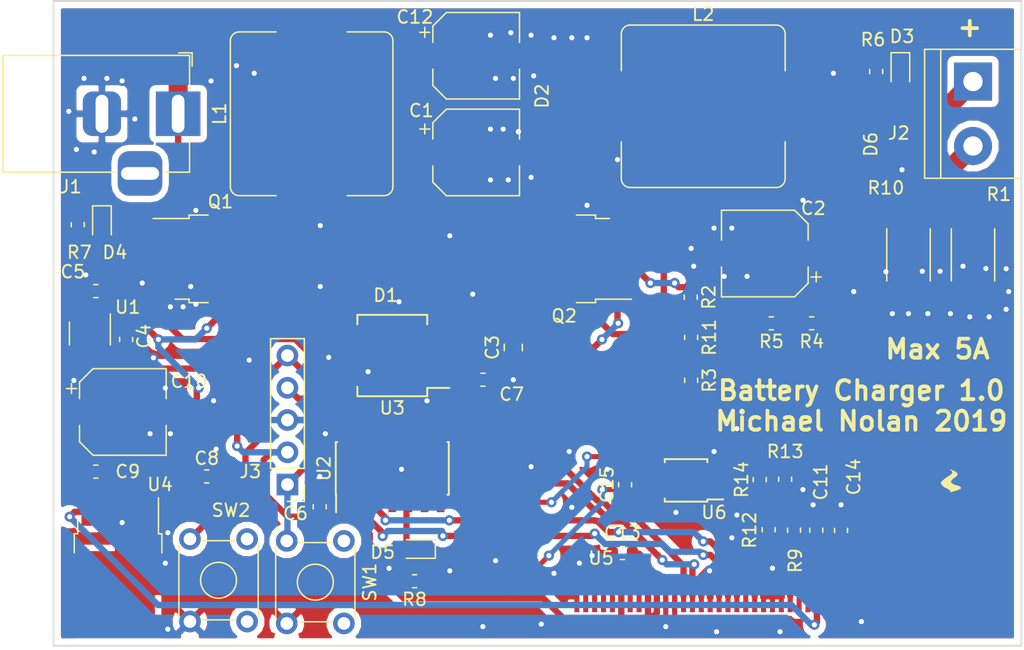
<source format=kicad_pcb>
(kicad_pcb (version 20171130) (host pcbnew 5.0.0+dfsg1-2)
  (layers (0 F.Cu signal) (31 B.Cu signal) (34 B.Paste user) (35 F.Paste user) (36 B.SilkS user) (37 F.SilkS user) (38 B.Mask user) (39 F.Mask user) (44 Edge.Cuts user))
  (net 0 "")
  (net 1 +BATT)
  (net 2 -BATT)
  (net 3 GND)
  (net 4 /batt_sense)
  (net 5 /boost_sense)
  (net 6 /vboost)
  (net 7 /boost_gate)
  (net 8 /buck_source)
  (net 9 /buck_gate)
  (net 10 +12V)
  (net 11 /boost_ctrl)
  (net 12 /buck_ctrl)
  (net 13 /mosi)
  (net 14 /sck)
  (net 15 "Net-(C3-Pad1)")
  (net 16 /pwr_boost_drain)
  (net 17 /mclr)
  (net 18 /icspclk)
  (net 19 /icspdat)
  (net 20 "Net-(D5-Pad1)")
  (net 21 "Net-(D4-Pad1)")
  (net 22 "Net-(D3-Pad1)")
  (net 23 /chrg_led)
  (net 24 "Net-(SW1-Pad2)")
  (net 25 "Net-(SW1-Pad1)")
  (net 26 "Net-(SW2-Pad1)")
  (net 27 "Net-(SW2-Pad2)")
  (net 28 +9V)
  (net 29 "Net-(U1-Pad4)")
  (net 30 +3V3)
  (net 31 "Net-(U5-Pad2)")
  (net 32 "Net-(U5-Pad3)")
  (net 33 "Net-(U5-Pad4)")
  (net 34 "Net-(U5-Pad5)")
  (net 35 "Net-(U5-Pad20)")
  (net 36 "Net-(R9-Pad1)")
  (net 37 /reset_n)
  (net 38 "Net-(C11-Pad1)")
  (net 39 "Net-(R12-Pad1)")
  (net 40 "Net-(R11-Pad1)")
  (net 41 /isense)
  (net 42 "Net-(R13-Pad2)")
  (net 43 "Net-(C2-Pad1)")
  (module luci:luci (layer F.Cu) (at 171 80.6)
    (fp_text reference G*** hide)
    (fp_text value LOGO hide)
    (fp_poly (pts (xy -0.215046 -5.699137) (xy -0.050427 -5.670465) (xy 0.087725 -5.626577) (xy 0.189192 -5.570744) (xy 0.274098 -5.484795) (xy 0.320393 -5.381584) (xy 0.328082 -5.261185) (xy 0.297174 -5.123675) (xy 0.227676 -4.969131) (xy 0.119595 -4.797629) (xy 0.114553 -4.790535) (xy 0.082902 -4.748031) (xy 0.048469 -4.706648) (xy 0.0073 -4.662819) (xy -0.044556 -4.61298) (xy -0.111053 -4.553564) (xy -0.196143 -4.481007) (xy -0.30378 -4.391743) (xy -0.437916 -4.282207) (xy -0.547852 -4.193052) (xy -0.622546 -4.131363) (xy -0.682367 -4.079614) (xy -0.721185 -4.043277) (xy -0.732918 -4.027862) (xy -0.710363 -4.028525) (xy -0.652821 -4.035515) (xy -0.567004 -4.047868) (xy -0.459625 -4.064621) (xy -0.342055 -4.084019) (xy -0.15309 -4.114334) (xy -0.001873 -4.134738) (xy 0.11496 -4.145403) (xy 0.200776 -4.146504) (xy 0.258941 -4.138215) (xy 0.292819 -4.120709) (xy 0.296245 -4.117023) (xy 0.30931 -4.085554) (xy 0.296988 -4.049016) (xy 0.256386 -4.004595) (xy 0.184606 -3.949478) (xy 0.078755 -3.880851) (xy 0.011262 -3.840066) (xy -0.235227 -3.693584) (xy -0.114244 -3.687135) (xy 0.003076 -3.692426) (xy 0.107835 -3.724177) (xy 0.220424 -3.760271) (xy 0.310099 -3.761543) (xy 0.36917 -3.735244) (xy 0.392037 -3.72407) (xy 0.430593 -3.715792) (xy 0.490321 -3.710037) (xy 0.576708 -3.706432) (xy 0.695238 -3.704603) (xy 0.826265 -3.704167) (xy 0.97036 -3.703846) (xy 1.078073 -3.702543) (xy 1.155352 -3.699747) (xy 1.208145 -3.694948) (xy 1.242402 -3.687636) (xy 1.264071 -3.677299) (xy 1.277302 -3.665459) (xy 1.305971 -3.618995) (xy 1.308359 -3.564126) (xy 1.284753 -3.488728) (xy 1.281663 -3.481237) (xy 1.250993 -3.407834) (xy 0.361465 -3.407834) (xy 0.340626 -3.328459) (xy 0.327048 -3.263664) (xy 0.313467 -3.178104) (xy 0.305202 -3.1115) (xy 0.284429 -2.997892) (xy 0.249691 -2.895925) (xy 0.205546 -2.816685) (xy 0.168182 -2.778253) (xy 0.143205 -2.74946) (xy 0.104622 -2.691965) (xy 0.058158 -2.614733) (xy 0.019514 -2.54542) (xy -0.089545 -2.351307) (xy -0.201037 -2.168184) (xy -0.311516 -2.000881) (xy -0.417538 -1.854227) (xy -0.515658 -1.733052) (xy -0.602431 -1.642184) (xy -0.656324 -1.597975) (xy -0.746676 -1.554874) (xy -0.826638 -1.545585) (xy -0.921291 -1.557679) (xy -1.044812 -1.591835) (xy -1.191343 -1.645906) (xy -1.355024 -1.717746) (xy -1.517899 -1.798831) (xy -1.6094 -1.846067) (xy -1.686521 -1.884319) (xy -1.742082 -1.910143) (xy -1.768901 -1.920091) (xy -1.770166 -1.91989) (xy -1.761107 -1.901295) (xy -1.726853 -1.86141) (xy -1.674171 -1.806702) (xy -1.609829 -1.74364) (xy -1.540595 -1.678692) (xy -1.473236 -1.618325) (xy -1.414519 -1.569007) (xy -1.371213 -1.537205) (xy -1.367192 -1.534768) (xy -1.303866 -1.504504) (xy -1.216739 -1.471365) (xy -1.123278 -1.441912) (xy -1.11125 -1.438609) (xy -1.021872 -1.411987) (xy -0.939835 -1.383112) (xy -0.880664 -1.357532) (xy -0.873658 -1.353716) (xy -0.835604 -1.334034) (xy -0.800638 -1.325362) (xy -0.75573 -1.327317) (xy -0.68785 -1.339514) (xy -0.651408 -1.347162) (xy -0.496508 -1.367651) (xy -0.317362 -1.370976) (xy -0.125677 -1.358587) (xy 0.066839 -1.331933) (xy 0.248478 -1.292466) (xy 0.407533 -1.241635) (xy 0.487669 -1.206074) (xy 0.570284 -1.163927) (xy 0.91485 -1.515703) (xy 1.021325 -1.623572) (xy 1.125837 -1.727936) (xy 1.222139 -1.822671) (xy 1.303981 -1.901649) (xy 1.365116 -1.958744) (xy 1.382202 -1.973935) (xy 1.504988 -2.080389) (xy 1.593869 -2.054914) (xy 1.679829 -2.026759) (xy 1.796776 -1.983226) (xy 1.937497 -1.927189) (xy 2.09478 -1.861522) (xy 2.261415 -1.789097) (xy 2.264833 -1.787582) (xy 2.357832 -1.747134) (xy 2.440153 -1.712784) (xy 2.502035 -1.688514) (xy 2.531403 -1.678758) (xy 2.56998 -1.683962) (xy 2.626597 -1.715787) (xy 2.706005 -1.77692) (xy 2.708092 -1.778654) (xy 2.783045 -1.837152) (xy 2.879843 -1.907245) (xy 2.984061 -1.978688) (xy 3.052551 -2.023286) (xy 3.150621 -2.082802) (xy 3.265222 -2.148088) (xy 3.388865 -2.215321) (xy 3.514062 -2.28068) (xy 3.633325 -2.340343) (xy 3.739166 -2.390486) (xy 3.824095 -2.427287) (xy 3.880625 -2.446925) (xy 3.884083 -2.447724) (xy 3.915617 -2.45316) (xy 3.923977 -2.447881) (xy 3.906426 -2.426758) (xy 3.860228 -2.384661) (xy 3.841771 -2.368403) (xy 3.769369 -2.30374) (xy 3.694594 -2.235355) (xy 3.651271 -2.194765) (xy 3.566583 -2.114113) (xy 3.630083 -2.124866) (xy 3.680949 -2.131592) (xy 3.759193 -2.139832) (xy 3.849972 -2.148054) (xy 3.872978 -2.149935) (xy 3.954207 -2.155842) (xy 4.005826 -2.155867) (xy 4.027177 -2.146409) (xy 4.0176 -2.123864) (xy 3.976436 -2.084629) (xy 3.903026 -2.025101) (xy 3.841262 -1.976605) (xy 3.772968 -1.921816) (xy 3.719483 -1.876445) (xy 3.688143 -1.846847) (xy 3.683 -1.839501) (xy 3.702388 -1.830673) (xy 3.753543 -1.820974) (xy 3.825954 -1.811657) (xy 3.909107 -1.803969) (xy 3.99249 -1.799162) (xy 4.030063 -1.798238) (xy 4.116916 -1.797309) (xy 4.042833 -1.769032) (xy 4.000424 -1.752364) (xy 3.92626 -1.722715) (xy 3.827786 -1.683084) (xy 3.71245 -1.636467) (xy 3.587699 -1.585863) (xy 3.577166 -1.581582) (xy 3.365111 -1.495175) (xy 3.188405 -1.423226) (xy 3.042951 -1.364831) (xy 2.924651 -1.319084) (xy 2.829408 -1.285081) (xy 2.753123 -1.261916) (xy 2.6917 -1.248686) (xy 2.641039 -1.244485) (xy 2.597045 -1.248408) (xy 2.555617 -1.259551) (xy 2.51266 -1.277009) (xy 2.464076 -1.299876) (xy 2.412154 -1.324334) (xy 2.299581 -1.377132) (xy 2.178538 -1.435829) (xy 2.067463 -1.49141) (xy 2.016642 -1.517731) (xy 1.930815 -1.561205) (xy 1.876225 -1.584017) (xy 1.84812 -1.58779) (xy 1.8415 -1.577573) (xy 1.847658 -1.544158) (xy 1.864196 -1.481188) (xy 1.888211 -1.399303) (xy 1.903794 -1.349307) (xy 1.977242 -1.118471) (xy 2.038933 -0.92475) (xy 2.090029 -0.764947) (xy 2.131697 -0.635864) (xy 2.165102 -0.534305) (xy 2.191407 -0.457071) (xy 2.211778 -0.400966) (xy 2.22738 -0.362791) (xy 2.239377 -0.33935) (xy 2.248934 -0.327446) (xy 2.257217 -0.32388) (xy 2.26539 -0.325456) (xy 2.274618 -0.328976) (xy 2.275416 -0.329239) (xy 2.514189 -0.392606) (xy 2.733415 -0.42322) (xy 2.930419 -0.42078) (xy 2.999219 -0.411065) (xy 3.140623 -0.36443) (xy 3.277221 -0.278054) (xy 3.405707 -0.154502) (xy 3.511807 -0.013438) (xy 3.55685 0.062202) (xy 3.598251 0.143062) (xy 3.631967 0.219637) (xy 3.653956 0.28242) (xy 3.660173 0.321906) (xy 3.657431 0.328957) (xy 3.638549 0.320585) (xy 3.59842 0.289669) (xy 3.551803 0.248435) (xy 3.490217 0.193997) (xy 3.423525 0.139472) (xy 3.359449 0.090569) (xy 3.305711 0.052997) (xy 3.270032 0.032465) (xy 3.259666 0.032458) (xy 3.270813 0.057609) (xy 3.297946 0.100105) (xy 3.300904 0.104295) (xy 3.333298 0.15845) (xy 3.366077 0.226864) (xy 3.394527 0.297508) (xy 3.413932 0.358353) (xy 3.41958 0.39737) (xy 3.417942 0.402933) (xy 3.398082 0.400057) (xy 3.359445 0.372549) (xy 3.327567 0.343186) (xy 3.266378 0.287947) (xy 3.194673 0.231824) (xy 3.122549 0.181747) (xy 3.060099 0.144644) (xy 3.017419 0.127446) (xy 3.012621 0.127) (xy 2.993049 0.145119) (xy 2.984856 0.201132) (xy 2.9845 0.22225) (xy 2.982143 0.279074) (xy 2.976183 0.313144) (xy 2.972646 0.3175) (xy 2.950703 0.30566) (xy 2.906331 0.275067) (xy 2.86475 0.244165) (xy 2.753011 0.175842) (xy 2.612246 0.11535) (xy 2.455593 0.066725) (xy 2.296188 0.034) (xy 2.147169 0.021211) (xy 2.138671 0.021166) (xy 2.036443 0.021166) (xy 1.906446 -0.333375) (xy 1.862128 -0.453838) (xy 1.820751 -0.565563) (xy 1.785367 -0.660363) (xy 1.759029 -0.730055) (xy 1.746615 -0.762) (xy 1.726933 -0.812598) (xy 1.697217 -0.891046) (xy 1.661953 -0.985429) (xy 1.634996 -1.058334) (xy 1.597115 -1.154667) (xy 1.563468 -1.227736) (xy 1.537202 -1.271189) (xy 1.524958 -1.280584) (xy 1.50387 -1.261617) (xy 1.472772 -1.209337) (xy 1.434795 -1.130671) (xy 1.393069 -1.032547) (xy 1.350726 -0.921894) (xy 1.312236 -0.809801) (xy 1.262018 -0.675008) (xy 1.199485 -0.53804) (xy 1.132313 -0.414618) (xy 1.08223 -0.338667) (xy 0.970205 -0.208311) (xy 0.844867 -0.105793) (xy 0.698741 -0.026754) (xy 0.524351 0.033164) (xy 0.391583 0.064067) (xy 0.312283 0.081575) (xy 0.250551 0.101573) (xy 0.195174 0.130244) (xy 0.134939 0.173772) (xy 0.05863 0.238342) (xy 0.030282 0.263311) (xy -0.146282 0.44297) (xy -0.288549 0.64033) (xy -0.397562 0.857988) (xy -0.474365 1.098544) (xy -0.520002 1.364599) (xy -0.535517 1.65875) (xy -0.535525 1.672166) (xy -0.530211 1.843366) (xy -0.515625 2.04358) (xy -0.493128 2.260847) (xy -0.464079 2.483206) (xy -0.42984 2.698695) (xy -0.401918 2.846916) (xy -0.356632 3.106474) (xy -0.319038 3.397489) (xy -0.289713 3.709688) (xy -0.269233 4.032799) (xy -0.258175 4.356546) (xy -0.257117 4.670657) (xy -0.266634 4.964858) (xy -0.275412 5.099638) (xy -0.282573 5.200333) (xy -0.287304 5.284579) (xy -0.289227 5.344048) (xy -0.287964 5.37041) (xy -0.287684 5.370872) (xy -0.266395 5.365852) (xy -0.217028 5.345289) (xy -0.149038 5.313219) (xy -0.127001 5.30225) (xy -0.055164 5.267727) (xy 0.001065 5.243808) (xy 0.032138 5.23445) (xy 0.035086 5.235031) (xy 0.031287 5.258589) (xy 0.009678 5.313075) (xy -0.026673 5.39259) (xy -0.074702 5.491234) (xy -0.131341 5.603105) (xy -0.193525 5.722305) (xy -0.258188 5.842934) (xy -0.322263 5.95909) (xy -0.382684 6.064875) (xy -0.436385 6.154388) (xy -0.46941 6.205812) (xy -0.525156 6.285331) (xy -0.56278 6.329664) (xy -0.584494 6.340754) (xy -0.592507 6.320545) (xy -0.592666 6.314207) (xy -0.596426 6.279765) (xy -0.606708 6.212888) (xy -0.622012 6.122706) (xy -0.64084 6.018353) (xy -0.644117 6.00075) (xy -0.672145 5.847264) (xy -0.698862 5.694295) (xy -0.723336 5.547841) (xy -0.744638 5.413898) (xy -0.761837 5.298464) (xy -0.774004 5.207534) (xy -0.780209 5.147106) (xy -0.780081 5.124149) (xy -0.764606 5.128755) (xy -0.730275 5.160675) (xy -0.683782 5.213466) (xy -0.671453 5.228657) (xy -0.621013 5.289009) (xy -0.57947 5.33371) (xy -0.554536 5.354573) (xy -0.552317 5.355166) (xy -0.538511 5.335278) (xy -0.524698 5.280704) (xy -0.511787 5.199084) (xy -0.500689 5.098055) (xy -0.492312 4.985256) (xy -0.487567 4.868326) (xy -0.486834 4.805204) (xy -0.489458 4.700578) (xy -0.496679 4.56819) (xy -0.507515 4.422244) (xy -0.520988 4.276943) (xy -0.527292 4.218694) (xy -0.542154 4.084848) (xy -0.556387 3.951014) (xy -0.568762 3.829131) (xy -0.578053 3.73114) (xy -0.581258 3.693583) (xy -0.593936 3.546625) (xy -0.610436 3.37358) (xy -0.629886 3.182165) (xy -0.651418 2.980096) (xy -0.67416 2.775091) (xy -0.697244 2.574864) (xy -0.719798 2.387134) (xy -0.740954 2.219616) (xy -0.759841 2.080027) (xy -0.773369 1.989666) (xy -0.80503 1.76305) (xy -0.820894 1.566579) (xy -0.820337 1.390877) (xy -0.802735 1.226569) (xy -0.767464 1.064278) (xy -0.713901 0.894628) (xy -0.697546 0.849878) (xy -0.606731 0.652084) (xy -0.485572 0.45551) (xy -0.343863 0.274829) (xy -0.245975 0.173426) (xy -0.189642 0.119116) (xy -0.147719 0.076554) (xy -0.127714 0.05342) (xy -0.127 0.051718) (xy -0.146002 0.046257) (xy -0.194366 0.042873) (xy -0.228097 0.042333) (xy -0.338962 0.037568) (xy -0.482241 0.023976) (xy -0.649187 0.002608) (xy -0.831049 -0.025482) (xy -0.92075 -0.040987) (xy -1.012203 -0.054873) (xy -1.135827 -0.070074) (xy -1.281528 -0.085542) (xy -1.43921 -0.100228) (xy -1.598777 -0.113085) (xy -1.651 -0.116807) (xy -1.80279 -0.127593) (xy -1.950402 -0.138738) (xy -2.085253 -0.149543) (xy -2.19876 -0.159312) (xy -2.282338 -0.167346) (xy -2.307167 -0.170122) (xy -2.38658 -0.179354) (xy -2.495535 -0.191548) (xy -2.621465 -0.205319) (xy -2.7518 -0.219283) (xy -2.794 -0.223736) (xy -2.949171 -0.241832) (xy -3.067354 -0.260316) (xy -3.15388 -0.280785) (xy -3.214077 -0.304834) (xy -3.253274 -0.33406) (xy -3.275908 -0.368058) (xy -3.28236 -0.411003) (xy -3.281233 -0.490043) (xy -3.273376 -0.599784) (xy -3.262742 -0.704336) (xy -2.8783 -0.704336) (xy -2.865809 -0.665484) (xy -2.824736 -0.630942) (xy -2.750656 -0.598186) (xy -2.639148 -0.564692) (xy -2.628903 -0.562015) (xy -2.56405 -0.547271) (xy -2.479688 -0.530935) (xy -2.385463 -0.514512) (xy -2.291022 -0.499512) (xy -2.206012 -0.48744) (xy -2.140079 -0.479806) (xy -2.102869 -0.478115) (xy -2.09852 -0.47913) (xy -2.108432 -0.496032) (xy -2.141145 -0.537685) (xy -2.191183 -0.597334) (xy -2.237878 -0.651055) (xy -2.380469 -0.819349) (xy -2.501381 -0.977671) (xy -2.612426 -1.141945) (xy -2.666185 -1.228399) (xy -2.767677 -1.395499) (xy -2.801639 -1.274457) (xy -2.818627 -1.198978) (xy -2.836474 -1.095517) (xy -2.853262 -0.978336) (xy -2.867073 -0.861695) (xy -2.875991 -0.759855) (xy -2.8783 -0.704336) (xy -3.262742 -0.704336) (xy -3.259639 -0.734835) (xy -3.240871 -0.889805) (xy -3.217922 -1.059301) (xy -3.191641 -1.237932) (xy -3.162879 -1.420306) (xy -3.132485 -1.60103) (xy -3.101308 -1.774714) (xy -3.070198 -1.935966) (xy -3.040005 -2.079392) (xy -3.011579 -2.199603) (xy -2.985769 -2.291205) (xy -2.963938 -2.347816) (xy -2.899133 -2.430133) (xy -2.808172 -2.485342) (xy -2.701886 -2.506928) (xy -2.699263 -2.506979) (xy -2.614084 -2.50825) (xy -2.618892 -2.59926) (xy -2.073532 -2.59926) (xy -2.072731 -2.50825) (xy -1.793074 -2.340021) (xy -1.605141 -2.227292) (xy -1.449277 -2.134777) (xy -1.321503 -2.060497) (xy -1.217838 -2.00247) (xy -1.134302 -1.958718) (xy -1.066917 -1.927261) (xy -1.011702 -1.906118) (xy -0.964676 -1.89331) (xy -0.921861 -1.886857) (xy -0.879277 -1.884778) (xy -0.877948 -1.884763) (xy -0.805961 -1.893873) (xy -0.740348 -1.92836) (xy -0.714146 -1.948677) (xy -0.649787 -2.014265) (xy -0.571429 -2.11541) (xy -0.481396 -2.248609) (xy -0.382011 -2.410358) (xy -0.275598 -2.597156) (xy -0.237265 -2.667541) (xy -0.194726 -2.74837) (xy -0.163859 -2.815267) (xy -0.142947 -2.877508) (xy -0.130271 -2.944366) (xy -0.124116 -3.025116) (xy -0.122763 -3.129033) (xy -0.124495 -3.26539) (xy -0.124673 -3.275542) (xy -0.127 -3.407834) (xy -0.211667 -3.407834) (xy -0.26656 -3.404644) (xy -0.291 -3.390716) (xy -0.296658 -3.360209) (xy -0.304137 -3.301206) (xy -0.328253 -3.279053) (xy -0.37312 -3.292043) (xy -0.40845 -3.313764) (xy -0.455869 -3.348973) (xy -0.484117 -3.375705) (xy -0.487499 -3.382139) (xy -0.503352 -3.403965) (xy -0.540605 -3.435436) (xy -0.541134 -3.435822) (xy -0.562702 -3.450167) (xy 1.0795 -3.450167) (xy 1.087244 -3.432745) (xy 1.093611 -3.436056) (xy 1.096144 -3.461176) (xy 1.093611 -3.464278) (xy 1.081027 -3.461373) (xy 1.0795 -3.450167) (xy -0.562702 -3.450167) (xy -0.5659 -3.452294) (xy -0.589507 -3.459316) (xy -0.620478 -3.454874) (xy -0.667338 -3.436952) (xy -0.738611 -3.403537) (xy -0.795722 -3.375662) (xy -0.885327 -3.331035) (xy -0.942988 -3.299186) (xy -0.975092 -3.274935) (xy -0.98803 -3.253102) (xy -0.988192 -3.228504) (xy -0.986865 -3.220674) (xy -0.966439 -3.096497) (xy -0.959567 -3.011322) (xy -0.967333 -2.963694) (xy -0.99082 -2.95216) (xy -1.031112 -2.975267) (xy -1.089291 -3.031561) (xy -1.110492 -3.054812) (xy -1.165323 -3.112486) (xy -1.211972 -3.155043) (xy -1.241605 -3.174548) (xy -1.244295 -3.175) (xy -1.274654 -3.166285) (xy -1.33527 -3.142511) (xy -1.418382 -3.107238) (xy -1.516227 -3.064024) (xy -1.621043 -3.016428) (xy -1.725069 -2.968009) (xy -1.820541 -2.922325) (xy -1.899697 -2.882936) (xy -1.954776 -2.853399) (xy -1.975959 -2.839552) (xy -2.03944 -2.755652) (xy -2.070765 -2.648939) (xy -2.073532 -2.59926) (xy -2.618892 -2.59926) (xy -2.620794 -2.63525) (xy -2.626752 -2.725937) (xy -2.638363 -2.785535) (xy -2.663604 -2.824158) (xy -2.710455 -2.851922) (xy -2.786893 -2.87894) (xy -2.821719 -2.889968) (xy -3.043171 -2.97752) (xy -3.233418 -3.090121) (xy -3.39076 -3.226454) (xy -3.513493 -3.385199) (xy -3.553432 -3.456492) (xy -3.577338 -3.513667) (xy 1.0795 -3.513667) (xy 1.087244 -3.496245) (xy 1.093611 -3.499556) (xy 1.096144 -3.524676) (xy 1.093611 -3.527778) (xy 1.081027 -3.524873) (xy 1.0795 -3.513667) (xy -3.577338 -3.513667) (xy -3.610108 -3.592038) (xy -3.613959 -3.608046) (xy 1.090677 -3.608046) (xy 1.101665 -3.588052) (xy 1.111208 -3.577213) (xy 1.130148 -3.542399) (xy 1.127171 -3.523231) (xy 1.127268 -3.518009) (xy 1.143868 -3.529161) (xy 1.16998 -3.541261) (xy 1.179232 -3.516799) (xy 1.179629 -3.512131) (xy 1.174224 -3.483777) (xy 1.162885 -3.482709) (xy 1.144551 -3.478891) (xy 1.143 -3.470318) (xy 1.158289 -3.454949) (xy 1.174072 -3.457561) (xy 1.208131 -3.457336) (xy 1.217654 -3.449243) (xy 1.237383 -3.429967) (xy 1.246184 -3.439554) (xy 1.245415 -3.444875) (xy 1.250334 -3.473988) (xy 1.266581 -3.520337) (xy 1.288037 -3.587685) (xy 1.283202 -3.631079) (xy 1.250695 -3.660795) (xy 1.24748 -3.662558) (xy 1.202331 -3.67452) (xy 1.169333 -3.658011) (xy 1.1463 -3.642409) (xy 1.150706 -3.656437) (xy 1.150769 -3.656542) (xy 1.153086 -3.679688) (xy 1.144249 -3.683) (xy 1.123225 -3.670381) (xy 1.132877 -3.64014) (xy 1.144844 -3.626123) (xy 1.155375 -3.600241) (xy 1.141573 -3.586869) (xy 1.124956 -3.582545) (xy 1.128215 -3.591536) (xy 1.123667 -3.609764) (xy 1.11023 -3.612445) (xy 1.090677 -3.608046) (xy -3.613959 -3.608046) (xy -3.644388 -3.734523) (xy -3.658166 -3.895095) (xy -3.65673 -3.970381) (xy -2.855509 -3.970381) (xy -2.831169 -3.923316) (xy -2.799292 -3.889212) (xy -2.692485 -3.815622) (xy -2.563418 -3.77582) (xy -2.416176 -3.770453) (xy -2.254844 -3.800173) (xy -2.249382 -3.801743) (xy -2.119766 -3.851783) (xy -1.976476 -3.927523) (xy -1.831493 -4.020987) (xy -1.696797 -4.124202) (xy -1.584368 -4.229191) (xy -1.551073 -4.266577) (xy -1.47099 -4.382304) (xy -1.418402 -4.501391) (xy -1.398296 -4.612492) (xy -1.398262 -4.614334) (xy -1.406799 -4.672775) (xy -1.429514 -4.735899) (xy -1.45976 -4.790249) (xy -1.490888 -4.822372) (xy -1.502848 -4.826) (xy -1.527241 -4.815686) (xy -1.57392 -4.789491) (xy -1.631518 -4.754537) (xy -1.688671 -4.717946) (xy -1.734013 -4.686841) (xy -1.75618 -4.668344) (xy -1.756834 -4.666839) (xy -1.749636 -4.64606) (xy -1.731882 -4.601204) (xy -1.727488 -4.59046) (xy -1.710283 -4.509861) (xy -1.732207 -4.445155) (xy -1.793768 -4.394902) (xy -1.797024 -4.393192) (xy -1.88414 -4.36367) (xy -1.962124 -4.373618) (xy -2.037999 -4.422648) (xy -2.10897 -4.484961) (xy -2.255694 -4.39773) (xy -2.316145 -4.361749) (xy -2.36903 -4.330127) (xy -2.422401 -4.297992) (xy -2.48431 -4.260472) (xy -2.562811 -4.212695) (xy -2.665954 -4.14979) (xy -2.719299 -4.117236) (xy -2.801642 -4.061445) (xy -2.846356 -4.014458) (xy -2.855509 -3.970381) (xy -3.65673 -3.970381) (xy -3.655109 -4.055259) (xy -3.643431 -4.268768) (xy -3.823349 -4.446843) (xy -3.95507 -4.581946) (xy -4.052729 -4.692669) (xy -4.11637 -4.778864) (xy -4.146034 -4.840382) (xy -4.141767 -4.877073) (xy -4.103611 -4.888788) (xy -4.03161 -4.875379) (xy -3.925807 -4.836696) (xy -3.786245 -4.77259) (xy -3.735917 -4.747422) (xy -3.656302 -4.705556) (xy -3.584513 -4.665376) (xy -3.534892 -4.634936) (xy -3.531566 -4.632643) (xy -3.484638 -4.604978) (xy -3.449621 -4.593172) (xy -3.449182 -4.593167) (xy -3.421212 -4.606206) (xy -3.372085 -4.640541) (xy -3.311975 -4.689004) (xy -3.306496 -4.693709) (xy -3.237626 -4.753041) (xy -3.171845 -4.80953) (xy -3.126266 -4.848495) (xy -3.062522 -4.90274) (xy -3.163289 -5.057105) (xy -3.222373 -5.152338) (xy -3.275112 -5.246029) (xy -3.317899 -5.330748) (xy -3.347124 -5.399066) (xy -3.359179 -5.443552) (xy -3.356824 -5.455566) (xy -3.329867 -5.454563) (xy -3.275082 -5.432053) (xy -3.198663 -5.391726) (xy -3.106801 -5.33727) (xy -3.005689 -5.272373) (xy -2.901518 -5.200724) (xy -2.800482 -5.126011) (xy -2.79019 -5.118048) (xy -2.733463 -5.073947) (xy -2.47269 -5.174434) (xy -2.188533 -5.282501) (xy -1.93781 -5.374553) (xy -1.715439 -5.452141) (xy -1.516339 -5.516819) (xy -1.335427 -5.570136) (xy -1.167622 -5.613647) (xy -1.007841 -5.648902) (xy -0.851003 -5.677453) (xy -0.798333 -5.685774) (xy -0.595936 -5.7076) (xy -0.399195 -5.711785) (xy -0.215046 -5.699137)) (layer F.Cu) (width 0.01))
  )
  (module my_stuff:PowerDI5 (layer F.Cu) (at 163.4 49.4 90)
    (fp_text reference D6 (at 0 2.54 90) (layer F.SilkS))
    (fp_text value D_Schottky)
    (pad 2 smd rect (at -2.862 -0.92 90) (size 1.4 1.39) (layers F.Cu F.Paste F.Mask) (net 43 "Net-(C2-Pad1)"))
    (pad 2 smd rect (at -2.862 0.92 90) (size 1.4 1.39) (layers F.Cu F.Paste F.Mask) (net 43 "Net-(C2-Pad1)"))
    (pad 1 smd rect (at 0 0 90) (size 4.86 3.36) (drill (offset 1.12 0)) (layers F.Cu F.Paste F.Mask) (net 1 +BATT))
  )
  (module my_stuff:PowerDI5 (layer F.Cu) (at 127.75 58.75)
    (fp_text reference D1 (at 0 2.54) (layer F.SilkS))
    (fp_text value D_Schottky)
    (pad 2 smd rect (at -2.862 -0.92) (size 1.4 1.39) (layers F.Cu F.Paste F.Mask) (net 16 /pwr_boost_drain))
    (pad 2 smd rect (at -2.862 0.92) (size 1.4 1.39) (layers F.Cu F.Paste F.Mask) (net 16 /pwr_boost_drain))
    (pad 1 smd rect (at 0 0) (size 4.86 3.36) (drill (offset 1.12 0)) (layers F.Cu F.Paste F.Mask) (net 6 /vboost))
  )
  (module my_stuff:PowerDI5 (layer F.Cu) (at 142.6 45.6 270)
    (fp_text reference D2 (at 0 2.54 270) (layer F.SilkS))
    (fp_text value D_Schottky)
    (pad 2 smd rect (at -2.862 -0.92 270) (size 1.4 1.39) (layers F.Cu F.Paste F.Mask) (net 3 GND))
    (pad 2 smd rect (at -2.862 0.92 270) (size 1.4 1.39) (layers F.Cu F.Paste F.Mask) (net 3 GND))
    (pad 1 smd rect (at 0 0 270) (size 4.86 3.36) (drill (offset 1.12 0)) (layers F.Cu F.Paste F.Mask) (net 8 /buck_source))
  )
  (module Capacitor_SMD:C_0603_1608Metric (layer F.Cu) (at 146.6 76.2125 90)
    (fp_text reference C15 (at 0 -1.43 90) (layer F.SilkS))
    (fp_text value 100n)
    (pad 1 smd roundrect (at -0.7875 0 90) (size 0.875 0.95) (layers F.Cu F.Paste F.Mask) (net 30 +3V3))
    (pad 2 smd roundrect (at 0.7875 0 90) (size 0.875 0.95) (layers F.Cu F.Paste F.Mask) (net 3 GND))
  )
  (module Package_SO:MSOP-8_3x3mm_P0.65mm (layer F.Cu) (at 151.4 75.875 180)
    (fp_text reference U6 (at -2.2 -2.525 180) (layer F.SilkS))
    (fp_text value TL072)
    (pad 1 smd rect (at -2.2 -0.975 180) (size 1.45 0.45) (layers F.Cu F.Paste F.Mask) (net 41 /isense))
    (pad 2 smd rect (at -2.2 -0.325 180) (size 1.45 0.45) (layers F.Cu F.Paste F.Mask) (net 42 "Net-(R13-Pad2)"))
    (pad 3 smd rect (at -2.2 0.325 180) (size 1.45 0.45) (layers F.Cu F.Paste F.Mask) (net 2 -BATT))
    (pad 4 smd rect (at -2.2 0.975 180) (size 1.45 0.45) (layers F.Cu F.Paste F.Mask) (net 3 GND))
    (pad 5 smd rect (at 2.2 0.975 180) (size 1.45 0.45) (layers F.Cu F.Paste F.Mask))
    (pad 6 smd rect (at 2.2 0.325 180) (size 1.45 0.45) (layers F.Cu F.Paste F.Mask))
    (pad 7 smd rect (at 2.2 -0.325 180) (size 1.45 0.45) (layers F.Cu F.Paste F.Mask))
    (pad 8 smd rect (at 2.2 -0.975 180) (size 1.45 0.45) (layers F.Cu F.Paste F.Mask) (net 30 +3V3))
  )
  (module Resistor_SMD:R_0603_1608Metric (layer F.Cu) (at 159.2 75.7875 90)
    (fp_text reference R13 (at 2.1875 0 180) (layer F.SilkS))
    (fp_text value 2k)
    (pad 2 smd roundrect (at 0.7875 0 90) (size 0.875 0.95) (layers F.Cu F.Paste F.Mask) (net 42 "Net-(R13-Pad2)"))
    (pad 1 smd roundrect (at -0.7875 0 90) (size 0.875 0.95) (layers F.Cu F.Paste F.Mask) (net 3 GND))
  )
  (module Resistor_SMD:R_0603_1608Metric (layer F.Cu) (at 157.2 75.8125 90)
    (fp_text reference R14 (at 0 -1.43 90) (layer F.SilkS))
    (fp_text value 15k)
    (pad 1 smd roundrect (at -0.7875 0 90) (size 0.875 0.95) (layers F.Cu F.Paste F.Mask) (net 41 /isense))
    (pad 2 smd roundrect (at 0.7875 0 90) (size 0.875 0.95) (layers F.Cu F.Paste F.Mask) (net 42 "Net-(R13-Pad2)"))
  )
  (module Capacitor_SMD:C_0603_1608Metric (layer F.Cu) (at 163.6 79.8125 90)
    (fp_text reference C14 (at 4.2125 1 90) (layer F.SilkS))
    (fp_text value 100n)
    (pad 2 smd roundrect (at 0.7875 0 90) (size 0.875 0.95) (layers F.Cu F.Paste F.Mask) (net 3 GND))
    (pad 1 smd roundrect (at -0.7875 0 90) (size 0.875 0.95) (layers F.Cu F.Paste F.Mask) (net 28 +9V))
  )
  (module Capacitor_SMD:C_0603_1608Metric (layer F.Cu) (at 146.3875 81.6 180)
    (fp_text reference C13 (at 0 1.6 180) (layer F.SilkS))
    (fp_text value 100n)
    (pad 1 smd roundrect (at -0.7875 0 180) (size 0.875 0.95) (layers F.Cu F.Paste F.Mask) (net 30 +3V3))
    (pad 2 smd roundrect (at 0.7875 0 180) (size 0.875 0.95) (layers F.Cu F.Paste F.Mask) (net 3 GND))
  )
  (module Resistor_SMD:R_0603_1608Metric (layer F.Cu) (at 151.8 64.6125 270)
    (fp_text reference R11 (at 0 -1.43 270) (layer F.SilkS))
    (fp_text value 10k)
    (pad 2 smd roundrect (at 0.7875 0 270) (size 0.875 0.95) (layers F.Cu F.Paste F.Mask) (net 5 /boost_sense))
    (pad 1 smd roundrect (at -0.7875 0 270) (size 0.875 0.95) (layers F.Cu F.Paste F.Mask) (net 40 "Net-(R11-Pad1)"))
  )
  (module Resistor_SMD:R_0603_1608Metric (layer F.Cu) (at 157.9 79.7625 270)
    (fp_text reference R12 (at 0.0375 1.5 270) (layer F.SilkS))
    (fp_text value 10k)
    (pad 1 smd roundrect (at -0.7875 0 270) (size 0.875 0.95) (layers F.Cu F.Paste F.Mask) (net 39 "Net-(R12-Pad1)"))
    (pad 2 smd roundrect (at 0.7875 0 270) (size 0.875 0.95) (layers F.Cu F.Paste F.Mask) (net 3 GND))
  )
  (module my_stuff:ffc_0.60mmx30 (layer F.Cu) (at 152.96 85)
    (fp_text reference U5 (at -8.25 -3) (layer F.SilkS))
    (fp_text value ER-OLED)
    (pad 1 smd rect (at -10.16 0) (size 0.4 2.524) (layers F.Cu F.Paste F.Mask) (net 3 GND))
    (pad 2 smd rect (at -9.46 0) (size 0.4 2.524) (layers F.Cu F.Paste F.Mask) (net 31 "Net-(U5-Pad2)"))
    (pad 3 smd rect (at -8.76 0) (size 0.4 2.524) (layers F.Cu F.Paste F.Mask) (net 32 "Net-(U5-Pad3)"))
    (pad 4 smd rect (at -8.06 0) (size 0.4 2.524) (layers F.Cu F.Paste F.Mask) (net 33 "Net-(U5-Pad4)"))
    (pad 5 smd rect (at -7.36 0) (size 0.4 2.524) (layers F.Cu F.Paste F.Mask) (net 34 "Net-(U5-Pad5)"))
    (pad 6 smd rect (at -6.66 0) (size 0.4 2.524) (layers F.Cu F.Paste F.Mask) (net 30 +3V3))
    (pad 7 smd rect (at -5.96 0) (size 0.4 2.524) (layers F.Cu F.Paste F.Mask))
    (pad 8 smd rect (at -5.26 0) (size 0.4 2.524) (layers F.Cu F.Paste F.Mask) (net 3 GND))
    (pad 9 smd rect (at -4.56 0) (size 0.4 2.524) (layers F.Cu F.Paste F.Mask) (net 30 +3V3))
    (pad 10 smd rect (at -3.86 0) (size 0.4 2.524) (layers F.Cu F.Paste F.Mask) (net 30 +3V3))
    (pad 11 smd rect (at -3.16 0) (size 0.4 2.524) (layers F.Cu F.Paste F.Mask) (net 3 GND))
    (pad 12 smd rect (at -2.46 0) (size 0.4 2.524) (layers F.Cu F.Paste F.Mask) (net 3 GND))
    (pad 13 smd rect (at -1.76 0) (size 0.4 2.524) (layers F.Cu F.Paste F.Mask) (net 19 /icspdat))
    (pad 14 smd rect (at -1.06 0) (size 0.4 2.524) (layers F.Cu F.Paste F.Mask) (net 37 /reset_n))
    (pad 15 smd rect (at -0.36 0) (size 0.4 2.524) (layers F.Cu F.Paste F.Mask) (net 3 GND))
    (pad 16 smd rect (at 0.34 0) (size 0.4 2.524) (layers F.Cu F.Paste F.Mask) (net 3 GND))
    (pad 17 smd rect (at 1.04 0) (size 0.4 2.524) (layers F.Cu F.Paste F.Mask) (net 3 GND))
    (pad 18 smd rect (at 1.74 0) (size 0.4 2.524) (layers F.Cu F.Paste F.Mask) (net 14 /sck))
    (pad 19 smd rect (at 2.44 0) (size 0.4 2.524) (layers F.Cu F.Paste F.Mask) (net 13 /mosi))
    (pad 20 smd rect (at 3.14 0) (size 0.4 2.524) (layers F.Cu F.Paste F.Mask) (net 35 "Net-(U5-Pad20)"))
    (pad 21 smd rect (at 3.84 0) (size 0.4 2.524) (layers F.Cu F.Paste F.Mask) (net 3 GND))
    (pad 22 smd rect (at 4.54 0) (size 0.4 2.524) (layers F.Cu F.Paste F.Mask) (net 3 GND))
    (pad 23 smd rect (at 5.24 0) (size 0.4 2.524) (layers F.Cu F.Paste F.Mask) (net 3 GND))
    (pad 24 smd rect (at 5.94 0) (size 0.4 2.524) (layers F.Cu F.Paste F.Mask) (net 3 GND))
    (pad 25 smd rect (at 6.64 0) (size 0.4 2.524) (layers F.Cu F.Paste F.Mask) (net 3 GND))
    (pad 26 smd rect (at 7.34 0) (size 0.4 2.524) (layers F.Cu F.Paste F.Mask) (net 36 "Net-(R9-Pad1)"))
    (pad 27 smd rect (at 8.04 0) (size 0.4 2.524) (layers F.Cu F.Paste F.Mask) (net 38 "Net-(C11-Pad1)"))
    (pad 28 smd rect (at 8.74 0) (size 0.4 2.524) (layers F.Cu F.Paste F.Mask) (net 28 +9V))
    (pad 29 smd rect (at 9.44 0) (size 0.4 2.524) (layers F.Cu F.Paste F.Mask) (net 3 GND))
    (pad 30 smd rect (at 10.14 0) (size 0.4 2.524) (layers F.Cu F.Paste F.Mask) (net 3 GND))
  )
  (module Resistor_SMD:R_2512_6332Metric_Pad1.52x3.35mm_HandSolder (layer F.Cu) (at 168.91 58.1055 270)
    (fp_text reference R10 (at -5.2735 1.778) (layer F.SilkS))
    (fp_text value 0.1)
    (pad 1 smd roundrect (at -2.9875 0 270) (size 1.525 3.35) (layers F.Cu F.Paste F.Mask) (roundrect_rratio 0.163934) (net 2 -BATT))
    (pad 2 smd roundrect (at 2.9875 0 270) (size 1.525 3.35) (layers F.Cu F.Paste F.Mask) (roundrect_rratio 0.163934) (net 3 GND))
  )
  (module Resistor_SMD:R_2512_6332Metric_Pad1.52x3.35mm_HandSolder (layer F.Cu) (at 173.99 58.1055 270)
    (fp_text reference R1 (at -4.7655 -2.032) (layer F.SilkS))
    (fp_text value 0.1)
    (pad 1 smd roundrect (at -2.9875 0 270) (size 1.525 3.35) (layers F.Cu F.Paste F.Mask) (roundrect_rratio 0.163934) (net 2 -BATT))
    (pad 2 smd roundrect (at 2.9875 0 270) (size 1.525 3.35) (layers F.Cu F.Paste F.Mask) (roundrect_rratio 0.163934) (net 3 GND))
  )
  (module Capacitor_SMD:CP_Elec_6.3x5.4 (layer F.Cu) (at 134.874 42.418)
    (fp_text reference C12 (at -4.826 -3.048) (layer F.SilkS))
    (fp_text value 20uF)
    (pad 1 smd rect (at -2.8 0) (size 3.5 1.6) (layers F.Cu F.Paste F.Mask) (net 10 +12V))
    (pad 2 smd rect (at 2.8 0) (size 3.5 1.6) (layers F.Cu F.Paste F.Mask) (net 3 GND))
  )
  (module Capacitor_SMD:C_0603_1608Metric (layer F.Cu) (at 161.65 79.8 90)
    (fp_text reference C11 (at 3.8 0.35 270) (layer F.SilkS))
    (fp_text value 100n)
    (pad 1 smd roundrect (at -0.7875 0 90) (size 0.875 0.95) (layers F.Cu F.Paste F.Mask) (net 38 "Net-(C11-Pad1)"))
    (pad 2 smd roundrect (at 0.7875 0 90) (size 0.875 0.95) (layers F.Cu F.Paste F.Mask) (net 3 GND))
  )
  (module Resistor_SMD:R_0603_1608Metric (layer F.Cu) (at 159.9 79.8 90)
    (fp_text reference R9 (at -2.4 0.1 270) (layer F.SilkS))
    (fp_text value 750k)
    (pad 1 smd roundrect (at -0.7875 0 90) (size 0.875 0.95) (layers F.Cu F.Paste F.Mask) (net 36 "Net-(R9-Pad1)"))
    (pad 2 smd roundrect (at 0.7875 0 90) (size 0.875 0.95) (layers F.Cu F.Paste F.Mask) (net 39 "Net-(R12-Pad1)"))
  )
  (module Capacitor_SMD:CP_Elec_6.3x5.4 (layer F.Cu) (at 107.055 70.485)
    (fp_text reference C10 (at 5.213 -2.413) (layer F.SilkS))
    (fp_text value 20uF)
    (pad 1 smd rect (at -2.8 0) (size 3.5 1.6) (layers F.Cu F.Paste F.Mask) (net 28 +9V))
    (pad 2 smd rect (at 2.8 0) (size 3.5 1.6) (layers F.Cu F.Paste F.Mask) (net 3 GND))
  )
  (module Capacitor_SMD:C_0603_1608Metric (layer F.Cu) (at 104.9275 75.184)
    (fp_text reference C9 (at 2.5145 0) (layer F.SilkS))
    (fp_text value 330n)
    (pad 2 smd roundrect (at 0.7875 0) (size 0.875 0.95) (layers F.Cu F.Paste F.Mask) (net 3 GND))
    (pad 1 smd roundrect (at -0.7875 0) (size 0.875 0.95) (layers F.Cu F.Paste F.Mask) (net 28 +9V))
  )
  (module Capacitor_SMD:C_0603_1608Metric (layer F.Cu) (at 113.665 75.565)
    (fp_text reference C8 (at 0 -1.43) (layer F.SilkS))
    (fp_text value 1u)
    (pad 1 smd roundrect (at -0.7875 0) (size 0.875 0.95) (layers F.Cu F.Paste F.Mask) (net 10 +12V))
    (pad 2 smd roundrect (at 0.7875 0) (size 0.875 0.95) (layers F.Cu F.Paste F.Mask) (net 3 GND))
  )
  (module Package_TO_SOT_SMD:SOT-23-5 (layer F.Cu) (at 104.46 64.305 270)
    (fp_text reference U1 (at -2.075 -2.982) (layer F.SilkS))
    (fp_text value AP2127K-3.3)
    (pad 1 smd rect (at -1.1 -0.95 270) (size 1.06 0.65) (layers F.Cu F.Paste F.Mask) (net 10 +12V))
    (pad 2 smd rect (at -1.1 0 270) (size 1.06 0.65) (layers F.Cu F.Paste F.Mask) (net 3 GND))
    (pad 3 smd rect (at -1.1 0.95 270) (size 1.06 0.65) (layers F.Cu F.Paste F.Mask) (net 10 +12V))
    (pad 4 smd rect (at 1.1 0.95 270) (size 1.06 0.65) (layers F.Cu F.Paste F.Mask) (net 29 "Net-(U1-Pad4)"))
    (pad 5 smd rect (at 1.1 -0.95 270) (size 1.06 0.65) (layers F.Cu F.Paste F.Mask) (net 30 +3V3))
  )
  (module Package_TO_SOT_SMD:TO-252-2 (layer F.Cu) (at 106.68 82.55 270)
    (fp_text reference U4 (at -6.35 -3.302) (layer F.SilkS))
    (fp_text value LF90_TO252)
    (pad 1 smd rect (at -4.2 -2.28 270) (size 2.2 1.2) (layers F.Cu F.Paste F.Mask) (net 10 +12V))
    (pad 3 smd rect (at -4.2 2.28 270) (size 2.2 1.2) (layers F.Cu F.Paste F.Mask) (net 28 +9V))
    (pad 2 smd rect (at 2.1 0 270) (size 6.4 5.8) (layers F.Cu F.Mask) (net 3 GND))
  )
  (module Button_Switch_THT:SW_TH_Tactile_Omron_B3F-10xx (layer F.Cu) (at 116.84 80.495 270)
    (fp_text reference SW2 (at -2.263 1.27) (layer F.SilkS))
    (fp_text value SW_Push_Dual)
    (pad 1 thru_hole circle (at 0 0 270) (size 1.7 1.7) (drill 1) (layers *.Cu *.Mask) (net 26 "Net-(SW2-Pad1)"))
    (pad 2 thru_hole circle (at 6.5 0 270) (size 1.7 1.7) (drill 1) (layers *.Cu *.Mask) (net 27 "Net-(SW2-Pad2)"))
    (pad 3 thru_hole circle (at 0 4.5 270) (size 1.7 1.7) (drill 1) (layers *.Cu *.Mask) (net 18 /icspclk))
    (pad 4 thru_hole circle (at 6.5 4.5 270) (size 1.7 1.7) (drill 1) (layers *.Cu *.Mask) (net 3 GND))
  )
  (module Button_Switch_THT:SW_TH_Tactile_Omron_B3F-10xx (layer F.Cu) (at 124.46 80.645 270)
    (fp_text reference SW1 (at 3.25 -2.032 270) (layer F.SilkS))
    (fp_text value SW_Push_Dual)
    (pad 4 thru_hole circle (at 6.5 4.5 270) (size 1.7 1.7) (drill 1) (layers *.Cu *.Mask) (net 3 GND))
    (pad 3 thru_hole circle (at 0 4.5 270) (size 1.7 1.7) (drill 1) (layers *.Cu *.Mask) (net 17 /mclr))
    (pad 2 thru_hole circle (at 6.5 0 270) (size 1.7 1.7) (drill 1) (layers *.Cu *.Mask) (net 24 "Net-(SW1-Pad2)"))
    (pad 1 thru_hole circle (at 0 0 270) (size 1.7 1.7) (drill 1) (layers *.Cu *.Mask) (net 25 "Net-(SW1-Pad1)"))
  )
  (module LED_SMD:LED_0603_1608Metric (layer F.Cu) (at 130.175 81.28 180)
    (fp_text reference D5 (at 2.667 -0.254 180) (layer F.SilkS))
    (fp_text value LED)
    (pad 1 smd roundrect (at -0.7875 0 180) (size 0.875 0.95) (layers F.Cu F.Paste F.Mask) (net 20 "Net-(D5-Pad1)"))
    (pad 2 smd roundrect (at 0.7875 0 180) (size 0.875 0.95) (layers F.Cu F.Paste F.Mask) (net 23 /chrg_led))
  )
  (module LED_SMD:LED_0603_1608Metric (layer F.Cu) (at 105.41 55.7275 270)
    (fp_text reference D4 (at 2.1845 -1.016) (layer F.SilkS))
    (fp_text value LED)
    (pad 2 smd roundrect (at 0.7875 0 270) (size 0.875 0.95) (layers F.Cu F.Paste F.Mask) (net 10 +12V))
    (pad 1 smd roundrect (at -0.7875 0 270) (size 0.875 0.95) (layers F.Cu F.Paste F.Mask) (net 21 "Net-(D4-Pad1)"))
  )
  (module LED_SMD:LED_0603_1608Metric (layer F.Cu) (at 168.275 43.6625 270)
    (fp_text reference D3 (at -2.7685 -0.127) (layer F.SilkS))
    (fp_text value LED)
    (pad 1 smd roundrect (at -0.7875 0 270) (size 0.875 0.95) (layers F.Cu F.Paste F.Mask) (net 22 "Net-(D3-Pad1)"))
    (pad 2 smd roundrect (at 0.7875 0 270) (size 0.875 0.95) (layers F.Cu F.Paste F.Mask) (net 1 +BATT))
  )
  (module Resistor_SMD:R_0603_1608Metric (layer F.Cu) (at 166.37 43.6625 270)
    (fp_text reference R6 (at -2.5145 0.254) (layer F.SilkS))
    (fp_text value 2k)
    (pad 1 smd roundrect (at -0.7875 0 270) (size 0.875 0.95) (layers F.Cu F.Paste F.Mask) (net 22 "Net-(D3-Pad1)"))
    (pad 2 smd roundrect (at 0.7875 0 270) (size 0.875 0.95) (layers F.Cu F.Paste F.Mask) (net 3 GND))
  )
  (module Resistor_SMD:R_0603_1608Metric (layer F.Cu) (at 103.505 55.7275 270)
    (fp_text reference R7 (at 2.1845 -0.127) (layer F.SilkS))
    (fp_text value 2k)
    (pad 2 smd roundrect (at 0.7875 0 270) (size 0.875 0.95) (layers F.Cu F.Paste F.Mask) (net 3 GND))
    (pad 1 smd roundrect (at -0.7875 0 270) (size 0.875 0.95) (layers F.Cu F.Paste F.Mask) (net 21 "Net-(D4-Pad1)"))
  )
  (module Resistor_SMD:R_0603_1608Metric (layer F.Cu) (at 130.0225 83.82 180)
    (fp_text reference R8 (at 0 -1.43 180) (layer F.SilkS))
    (fp_text value 300)
    (pad 1 smd roundrect (at -0.7875 0 180) (size 0.875 0.95) (layers F.Cu F.Paste F.Mask) (net 20 "Net-(D5-Pad1)"))
    (pad 2 smd roundrect (at 0.7875 0 180) (size 0.875 0.95) (layers F.Cu F.Paste F.Mask) (net 3 GND))
  )
  (module Capacitor_SMD:CP_Elec_6.3x5.4 (layer F.Cu) (at 157.6 58 180)
    (fp_text reference C2 (at -3.816 3.556 180) (layer F.SilkS))
    (fp_text value 20uF)
    (pad 2 smd rect (at 2.8 0 180) (size 3.5 1.6) (layers F.Cu F.Paste F.Mask) (net 3 GND))
    (pad 1 smd rect (at -2.8 0 180) (size 3.5 1.6) (layers F.Cu F.Paste F.Mask) (net 43 "Net-(C2-Pad1)"))
  )
  (module Capacitor_SMD:CP_Elec_6.3x5.4 (layer F.Cu) (at 134.874 50.038)
    (fp_text reference C1 (at -4.318 -3.302) (layer F.SilkS))
    (fp_text value 20uF)
    (pad 1 smd rect (at -2.8 0) (size 3.5 1.6) (layers F.Cu F.Paste F.Mask) (net 6 /vboost))
    (pad 2 smd rect (at 2.8 0) (size 3.5 1.6) (layers F.Cu F.Paste F.Mask) (net 3 GND))
  )
  (module Capacitor_SMD:C_0603_1608Metric (layer F.Cu) (at 104.9275 60.96 180)
    (fp_text reference C5 (at 1.8035 1.524 180) (layer F.SilkS))
    (fp_text value 330n)
    (pad 1 smd roundrect (at -0.7875 0 180) (size 0.875 0.95) (layers F.Cu F.Paste F.Mask) (net 10 +12V))
    (pad 2 smd roundrect (at 0.7875 0 180) (size 0.875 0.95) (layers F.Cu F.Paste F.Mask) (net 3 GND))
  )
  (module Capacitor_SMD:C_0603_1608Metric (layer F.Cu) (at 122.555 77.9525 90)
    (fp_text reference C6 (at -0.5335 -1.905 180) (layer F.SilkS))
    (fp_text value 1u)
    (pad 2 smd roundrect (at 0.7875 0 90) (size 0.875 0.95) (layers F.Cu F.Paste F.Mask) (net 3 GND))
    (pad 1 smd roundrect (at -0.7875 0 90) (size 0.875 0.95) (layers F.Cu F.Paste F.Mask) (net 30 +3V3))
  )
  (module Capacitor_SMD:C_0603_1608Metric (layer F.Cu) (at 135.4075 67.945)
    (fp_text reference C7 (at 2.2605 1.143) (layer F.SilkS))
    (fp_text value 3.3u)
    (pad 1 smd roundrect (at -0.7875 0) (size 0.875 0.95) (layers F.Cu F.Paste F.Mask) (net 10 +12V))
    (pad 2 smd roundrect (at 0.7875 0) (size 0.875 0.95) (layers F.Cu F.Paste F.Mask) (net 3 GND))
  )
  (module Capacitor_SMD:C_0603_1608Metric (layer F.Cu) (at 107.315 64.77 90)
    (fp_text reference C4 (at 0.254 1.397 90) (layer F.SilkS))
    (fp_text value 100n)
    (pad 1 smd roundrect (at -0.7875 0 90) (size 0.875 0.95) (layers F.Cu F.Paste F.Mask) (net 30 +3V3))
    (pad 2 smd roundrect (at 0.7875 0 90) (size 0.875 0.95) (layers F.Cu F.Paste F.Mask) (net 3 GND))
  )
  (module Connector_PinHeader_2.54mm:PinHeader_1x05_P2.54mm_Vertical (layer F.Cu) (at 120.015 76.2 180)
    (fp_text reference J3 (at 2.921 1.016 180) (layer F.SilkS))
    (fp_text value Conn_01x05_Male)
    (pad 1 thru_hole rect (at 0 0 180) (size 1.7 1.7) (drill 1) (layers *.Cu *.Mask) (net 17 /mclr))
    (pad 2 thru_hole oval (at 0 2.54 180) (size 1.7 1.7) (drill 1) (layers *.Cu *.Mask) (net 30 +3V3))
    (pad 3 thru_hole oval (at 0 5.08 180) (size 1.7 1.7) (drill 1) (layers *.Cu *.Mask) (net 3 GND))
    (pad 4 thru_hole oval (at 0 7.62 180) (size 1.7 1.7) (drill 1) (layers *.Cu *.Mask) (net 19 /icspdat))
    (pad 5 thru_hole oval (at 0 10.16 180) (size 1.7 1.7) (drill 1) (layers *.Cu *.Mask) (net 18 /icspclk))
  )
  (module Inductor_SMD:L_Bourns_SRP1245A (layer F.Cu) (at 121.92 46.99 90)
    (fp_text reference L1 (at 0 -7.25 90) (layer F.SilkS))
    (fp_text value 15uH)
    (pad 2 smd rect (at 5.55 0 90) (size 3.1 5) (layers F.Cu F.Paste F.Mask) (net 10 +12V))
    (pad 1 smd rect (at -5.55 0 90) (size 3.1 5) (layers F.Cu F.Paste F.Mask) (net 16 /pwr_boost_drain))
  )
  (module Inductor_SMD:L_Bourns_SRP1245A (layer F.Cu) (at 152.75 46.4)
    (fp_text reference L2 (at 0 -7.25) (layer F.SilkS))
    (fp_text value 10uH)
    (pad 1 smd rect (at -5.55 0) (size 3.1 5) (layers F.Cu F.Paste F.Mask) (net 8 /buck_source))
    (pad 2 smd rect (at 5.55 0) (size 3.1 5) (layers F.Cu F.Paste F.Mask) (net 43 "Net-(C2-Pad1)"))
  )
  (module Capacitor_SMD:C_0805_2012Metric (layer F.Cu) (at 137.795 65.405 90)
    (fp_text reference C3 (at 0 -1.65 90) (layer F.SilkS))
    (fp_text value 100n)
    (pad 1 smd roundrect (at -0.9375 0 90) (size 0.975 1.4) (layers F.Cu F.Paste F.Mask) (net 15 "Net-(C3-Pad1)"))
    (pad 2 smd roundrect (at 0.9375 0 90) (size 0.975 1.4) (layers F.Cu F.Paste F.Mask) (net 8 /buck_source))
  )
  (module Connector_BarrelJack:BarrelJack_Horizontal (layer F.Cu) (at 111.41 46.99)
    (fp_text reference J1 (at -8.45 5.75) (layer F.SilkS))
    (fp_text value Barrel_Jack)
    (pad 1 thru_hole rect (at 0 0) (size 3.5 3.5) (drill oval 1 3) (layers *.Cu *.Mask) (net 10 +12V))
    (pad 2 thru_hole roundrect (at -6 0) (size 3 3.5) (drill oval 1 3) (layers *.Cu *.Mask) (net 3 GND))
    (pad 3 thru_hole roundrect (at -3 4.7) (size 3.5 3.5) (drill oval 3 1) (layers *.Cu *.Mask))
  )
  (module Package_SO:SO-8_5.3x6.2mm_P1.27mm (layer F.Cu) (at 128.27 66.04 180)
    (fp_text reference U3 (at 0 -4.13 180) (layer F.SilkS))
    (fp_text value mcp4604)
    (pad 1 smd rect (at -3.7 -1.905 180) (size 1.75 0.55) (layers F.Cu F.Paste F.Mask) (net 10 +12V))
    (pad 2 smd rect (at -3.7 -0.635 180) (size 1.75 0.55) (layers F.Cu F.Paste F.Mask) (net 15 "Net-(C3-Pad1)"))
    (pad 3 smd rect (at -3.7 0.635 180) (size 1.75 0.55) (layers F.Cu F.Paste F.Mask) (net 9 /buck_gate))
    (pad 4 smd rect (at -3.7 1.905 180) (size 1.75 0.55) (layers F.Cu F.Paste F.Mask) (net 8 /buck_source))
    (pad 5 smd rect (at 3.7 1.905 180) (size 1.75 0.55) (layers F.Cu F.Paste F.Mask) (net 12 /buck_ctrl))
    (pad 6 smd rect (at 3.7 0.635 180) (size 1.75 0.55) (layers F.Cu F.Paste F.Mask) (net 11 /boost_ctrl))
    (pad 7 smd rect (at 3.7 -0.635 180) (size 1.75 0.55) (layers F.Cu F.Paste F.Mask) (net 3 GND))
    (pad 8 smd rect (at 3.7 -1.905 180) (size 1.75 0.55) (layers F.Cu F.Paste F.Mask) (net 7 /boost_gate))
  )
  (module Package_SO:SOIC-14_3.9x8.7mm_P1.27mm (layer F.Cu) (at 128.27 74.93 90)
    (fp_text reference U2 (at 0 -5.375 90) (layer F.SilkS))
    (fp_text value PIC16f1574)
    (pad 1 smd rect (at -2.7 -3.81 90) (size 1.5 0.6) (layers F.Cu F.Paste F.Mask) (net 30 +3V3))
    (pad 2 smd rect (at -2.7 -2.54 90) (size 1.5 0.6) (layers F.Cu F.Paste F.Mask) (net 14 /sck))
    (pad 3 smd rect (at -2.7 -1.27 90) (size 1.5 0.6) (layers F.Cu F.Paste F.Mask) (net 13 /mosi))
    (pad 4 smd rect (at -2.7 0 90) (size 1.5 0.6) (layers F.Cu F.Paste F.Mask) (net 17 /mclr))
    (pad 5 smd rect (at -2.7 1.27 90) (size 1.5 0.6) (layers F.Cu F.Paste F.Mask) (net 23 /chrg_led))
    (pad 6 smd rect (at -2.7 2.54 90) (size 1.5 0.6) (layers F.Cu F.Paste F.Mask) (net 37 /reset_n))
    (pad 7 smd rect (at -2.7 3.81 90) (size 1.5 0.6) (layers F.Cu F.Paste F.Mask) (net 41 /isense))
    (pad 8 smd rect (at 2.7 3.81 90) (size 1.5 0.6) (layers F.Cu F.Paste F.Mask) (net 4 /batt_sense))
    (pad 9 smd rect (at 2.7 2.54 90) (size 1.5 0.6) (layers F.Cu F.Paste F.Mask) (net 5 /boost_sense))
    (pad 10 smd rect (at 2.7 1.27 90) (size 1.5 0.6) (layers F.Cu F.Paste F.Mask) (net 12 /buck_ctrl))
    (pad 11 smd rect (at 2.7 0 90) (size 1.5 0.6) (layers F.Cu F.Paste F.Mask) (net 11 /boost_ctrl))
    (pad 12 smd rect (at 2.7 -1.27 90) (size 1.5 0.6) (layers F.Cu F.Paste F.Mask) (net 18 /icspclk))
    (pad 13 smd rect (at 2.7 -2.54 90) (size 1.5 0.6) (layers F.Cu F.Paste F.Mask) (net 19 /icspdat))
    (pad 14 smd rect (at 2.7 -3.81 90) (size 1.5 0.6) (layers F.Cu F.Paste F.Mask) (net 3 GND))
  )
  (module Package_TO_SOT_SMD:TO-252-3_TabPin4 (layer F.Cu) (at 141.8 58.42 180)
    (fp_text reference Q2 (at 0 -4.5 180) (layer F.SilkS))
    (fp_text value Q_NMOS_GDSD)
    (pad 4 smd rect (at 2.1 0 180) (size 6.4 5.8) (layers F.Cu F.Mask) (net 6 /vboost))
    (pad 3 smd rect (at -4.2 2.28 180) (size 2.2 1.2) (layers F.Cu F.Paste F.Mask) (net 8 /buck_source))
    (pad 2 smd rect (at -4.2 0 180) (size 2.2 1.2) (layers F.Cu F.Paste F.Mask) (net 6 /vboost))
    (pad 1 smd rect (at -4.2 -2.28 180) (size 2.2 1.2) (layers F.Cu F.Paste F.Mask) (net 9 /buck_gate))
  )
  (module Package_TO_SOT_SMD:TO-252-3_TabPin4 (layer F.Cu) (at 114.74 58.42)
    (fp_text reference Q1 (at 0 -4.5) (layer F.SilkS))
    (fp_text value Q_NMOS_GDSD)
    (pad 1 smd rect (at -4.2 -2.28) (size 2.2 1.2) (layers F.Cu F.Paste F.Mask) (net 7 /boost_gate))
    (pad 2 smd rect (at -4.2 0) (size 2.2 1.2) (layers F.Cu F.Paste F.Mask) (net 16 /pwr_boost_drain))
    (pad 3 smd rect (at -4.2 2.28) (size 2.2 1.2) (layers F.Cu F.Paste F.Mask) (net 3 GND))
    (pad 4 smd rect (at 2.1 0) (size 6.4 5.8) (layers F.Cu F.Mask) (net 16 /pwr_boost_drain))
  )
  (module Resistor_SMD:R_0603_1608Metric (layer F.Cu) (at 151.765 61.4425 270)
    (fp_text reference R2 (at 0 -1.43 270) (layer F.SilkS))
    (fp_text value 10k)
    (pad 2 smd roundrect (at 0.7875 0 270) (size 0.875 0.95) (layers F.Cu F.Paste F.Mask) (net 40 "Net-(R11-Pad1)"))
    (pad 1 smd roundrect (at -0.7875 0 270) (size 0.875 0.95) (layers F.Cu F.Paste F.Mask) (net 6 /vboost))
  )
  (module Resistor_SMD:R_0603_1608Metric (layer F.Cu) (at 151.8 67.9875 270)
    (fp_text reference R3 (at 0 -1.43 270) (layer F.SilkS))
    (fp_text value 1k)
    (pad 1 smd roundrect (at -0.7875 0 270) (size 0.875 0.95) (layers F.Cu F.Paste F.Mask) (net 5 /boost_sense))
    (pad 2 smd roundrect (at 0.7875 0 270) (size 0.875 0.95) (layers F.Cu F.Paste F.Mask) (net 3 GND))
  )
  (module Resistor_SMD:R_0603_1608Metric (layer F.Cu) (at 161.29 63.5 180)
    (fp_text reference R4 (at 0 -1.43 180) (layer F.SilkS))
    (fp_text value 10k)
    (pad 2 smd roundrect (at 0.7875 0 180) (size 0.875 0.95) (layers F.Cu F.Paste F.Mask) (net 4 /batt_sense))
    (pad 1 smd roundrect (at -0.7875 0 180) (size 0.875 0.95) (layers F.Cu F.Paste F.Mask) (net 1 +BATT))
  )
  (module Resistor_SMD:R_0603_1608Metric (layer F.Cu) (at 158.115 63.5 180)
    (fp_text reference R5 (at 0 -1.43 180) (layer F.SilkS))
    (fp_text value 1k)
    (pad 1 smd roundrect (at -0.7875 0 180) (size 0.875 0.95) (layers F.Cu F.Paste F.Mask) (net 4 /batt_sense))
    (pad 2 smd roundrect (at 0.7875 0 180) (size 0.875 0.95) (layers F.Cu F.Paste F.Mask) (net 3 GND))
  )
  (module TerminalBlock:TerminalBlock_bornier-2_P5.08mm (layer F.Cu) (at 173.99 44.45 270)
    (fp_text reference J2 (at 4.064 5.842) (layer F.SilkS))
    (fp_text value Screw_Terminal_01x02)
    (pad 1 thru_hole rect (at 0 0 270) (size 3 3) (drill 1.52) (layers *.Cu *.Mask) (net 1 +BATT))
    (pad 2 thru_hole circle (at 5.08 0 270) (size 3 3) (drill 1.52) (layers *.Cu *.Mask) (net 2 -BATT))
  )
  (gr_text "Max 5A" (at 171.196 65.532) (layer F.SilkS) (effects (font (size 1.5 1.5) (thickness 0.3))))
  (gr_text "+\n" (at 173.736 40.132) (layer F.SilkS) (effects (font (size 1.5 1.5) (thickness 0.3))))
  (gr_text "Battery Charger 1.0\nMichael Nolan 2019\n" (at 165.2 70) (layer F.SilkS) (effects (font (size 1.5 1.5) (thickness 0.3))))
  (gr_line (start 177.8 38.1) (end 101.6 38.1) (layer Edge.Cuts) (width 0.15))
  (gr_line (start 177.8 88.9) (end 177.8 38.1) (layer Edge.Cuts) (width 0.15))
  (gr_line (start 101.6 88.9) (end 177.8 88.9) (layer Edge.Cuts) (width 0.15))
  (gr_line (start 101.6 38.1) (end 101.6 88.9) (layer Edge.Cuts) (width 0.15))
  (segment (start 171.45 46.99) (end 173.99 44.45) (width 1.5) (layer F.Cu) (net 1))
  (segment (start 162.56 63.0175) (end 162.0775 63.5) (width 0.5) (layer F.Cu) (net 1))
  (segment (start 168.275 44.45) (end 168.275 46.99) (width 0.5) (layer F.Cu) (net 1))
  (segment (start 168.275 46.99) (end 171.45 46.99) (width 1.5) (layer F.Cu) (net 1))
  (segment (start 163.4 49.4) (end 163.4 49.2) (width 1.5) (layer F.Cu) (net 1))
  (segment (start 165.61 46.99) (end 168.275 46.99) (width 1.5) (layer F.Cu) (net 1))
  (segment (start 163.4 49.2) (end 165.61 46.99) (width 1.5) (layer F.Cu) (net 1))
  (segment (start 162.539112 63.038388) (end 162.539112 60.260888) (width 0.4) (layer F.Cu) (net 1))
  (segment (start 162.0775 63.5) (end 162.539112 63.038388) (width 0.4) (layer F.Cu) (net 1))
  (segment (start 162.539112 60.260888) (end 166.2 56.6) (width 0.4) (layer F.Cu) (net 1))
  (segment (start 166.2 56.6) (end 166.2 50.4) (width 0.4) (layer F.Cu) (net 1))
  (segment (start 168.275 48.325) (end 168.275 46.99) (width 0.4) (layer F.Cu) (net 1))
  (segment (start 166.2 50.4) (end 168.275 48.325) (width 0.4) (layer F.Cu) (net 1))
  (segment (start 173.99 49.53) (end 171.958 51.562) (width 1.5) (layer F.Cu) (net 2))
  (segment (start 171.958 53.086) (end 173.99 55.118) (width 1.5) (layer F.Cu) (net 2))
  (segment (start 171.958 51.562) (end 171.958 53.086) (width 1.5) (layer F.Cu) (net 2))
  (segment (start 171.958 52.07) (end 168.91 55.118) (width 1.5) (layer F.Cu) (net 2))
  (segment (start 171.958 51.562) (end 171.958 52.07) (width 1.5) (layer F.Cu) (net 2))
  (segment (start 168.91 57.89) (end 168.91 55.118) (width 0.4) (layer F.Cu) (net 2))
  (segment (start 154.725 75.55) (end 165.8 64.475) (width 0.4) (layer F.Cu) (net 2))
  (segment (start 153.6 75.55) (end 154.725 75.55) (width 0.4) (layer F.Cu) (net 2))
  (segment (start 165.8 64.475) (end 165.8 59.141642) (width 0.4) (layer F.Cu) (net 2))
  (segment (start 165.8 59.141642) (end 166.65565 58.285992) (width 0.4) (layer F.Cu) (net 2))
  (segment (start 166.65565 58.285992) (end 168.514008 58.285992) (width 0.4) (layer F.Cu) (net 2))
  (segment (start 168.514008 58.285992) (end 168.91 57.89) (width 0.4) (layer F.Cu) (net 2))
  (via (at 108.585 60.325) (size 0.8) (drill 0.4) (layers F.Cu B.Cu) (net 3))
  (segment (start 108.96 60.7) (end 108.585 60.325) (width 0.5) (layer F.Cu) (net 3))
  (segment (start 110.54 60.7) (end 108.96 60.7) (width 0.5) (layer F.Cu) (net 3))
  (via (at 126.365 67.31) (size 0.8) (drill 0.4) (layers F.Cu B.Cu) (net 3))
  (segment (start 124.57 66.675) (end 125.73 66.675) (width 0.5) (layer F.Cu) (net 3))
  (segment (start 125.73 66.675) (end 126.365 67.31) (width 0.5) (layer F.Cu) (net 3))
  (via (at 137.795 67.945) (size 0.8) (drill 0.4) (layers F.Cu B.Cu) (net 3))
  (segment (start 136.195 67.945) (end 137.795 67.945) (width 0.5) (layer F.Cu) (net 3))
  (segment (start 104.46 61.28) (end 104.46 63.205) (width 0.5) (layer F.Cu) (net 3))
  (segment (start 104.14 60.96) (end 104.46 61.28) (width 0.5) (layer F.Cu) (net 3))
  (segment (start 123.757096 66.675) (end 123.663552 66.581456) (width 0.5) (layer F.Cu) (net 3))
  (segment (start 124.57 66.675) (end 123.757096 66.675) (width 0.5) (layer F.Cu) (net 3))
  (segment (start 123.663552 66.581456) (end 123.263553 66.181457) (width 0.5) (layer F.Cu) (net 3))
  (via (at 123.263553 66.181457) (size 0.8) (drill 0.4) (layers F.Cu B.Cu) (net 3))
  (via (at 122.555 75.565) (size 0.8) (drill 0.4) (layers F.Cu B.Cu) (net 3))
  (segment (start 122.555 77.165) (end 122.555 75.565) (width 0.5) (layer F.Cu) (net 3))
  (via (at 104.14 59.69) (size 0.8) (drill 0.4) (layers F.Cu B.Cu) (net 3))
  (segment (start 104.14 60.96) (end 104.14 59.69) (width 0.5) (layer F.Cu) (net 3))
  (via (at 109.463947 66.216043) (size 0.8) (drill 0.4) (layers F.Cu B.Cu) (net 3))
  (segment (start 107.315 63.9825) (end 109.463947 66.131447) (width 0.5) (layer F.Cu) (net 3))
  (segment (start 109.463947 66.131447) (end 109.463947 66.216043) (width 0.5) (layer F.Cu) (net 3))
  (via (at 128.016 82.804) (size 0.8) (drill 0.4) (layers F.Cu B.Cu) (net 3))
  (segment (start 129.235 83.82) (end 129.032 83.82) (width 0.5) (layer F.Cu) (net 3))
  (segment (start 129.032 83.82) (end 128.016 82.804) (width 0.5) (layer F.Cu) (net 3))
  (via (at 167.64 62.738) (size 0.8) (drill 0.4) (layers F.Cu B.Cu) (net 3))
  (segment (start 168.91 61.093) (end 168.91 61.468) (width 1.5) (layer F.Cu) (net 3))
  (segment (start 168.91 61.468) (end 167.64 62.738) (width 1.5) (layer F.Cu) (net 3))
  (via (at 168.91 62.738) (size 0.8) (drill 0.4) (layers F.Cu B.Cu) (net 3))
  (segment (start 168.91 61.093) (end 168.91 62.738) (width 1.5) (layer F.Cu) (net 3))
  (via (at 170.434 62.738) (size 0.8) (drill 0.4) (layers F.Cu B.Cu) (net 3))
  (segment (start 168.91 61.093) (end 168.91 61.214) (width 1.5) (layer F.Cu) (net 3))
  (segment (start 168.91 61.214) (end 170.434 62.738) (width 1.5) (layer F.Cu) (net 3))
  (via (at 172.212 62.738) (size 0.8) (drill 0.4) (layers F.Cu B.Cu) (net 3))
  (segment (start 173.99 61.093) (end 173.857 61.093) (width 1.5) (layer F.Cu) (net 3))
  (segment (start 173.857 61.093) (end 172.212 62.738) (width 1.5) (layer F.Cu) (net 3))
  (via (at 173.736 62.992) (size 0.8) (drill 0.4) (layers F.Cu B.Cu) (net 3))
  (segment (start 173.99 61.093) (end 173.99 62.738) (width 1.5) (layer F.Cu) (net 3))
  (segment (start 173.99 62.738) (end 173.736 62.992) (width 1.5) (layer F.Cu) (net 3))
  (via (at 175.26 62.992) (size 0.8) (drill 0.4) (layers F.Cu B.Cu) (net 3))
  (segment (start 173.99 61.093) (end 173.99 61.722) (width 1.5) (layer F.Cu) (net 3))
  (segment (start 173.99 61.722) (end 175.26 62.992) (width 1.5) (layer F.Cu) (net 3))
  (via (at 175.006 59.182) (size 0.8) (drill 0.4) (layers F.Cu B.Cu) (net 3))
  (segment (start 173.99 61.093) (end 173.99 60.198) (width 1.5) (layer F.Cu) (net 3))
  (segment (start 173.99 60.198) (end 175.006 59.182) (width 1.5) (layer F.Cu) (net 3))
  (via (at 167.132 59.436) (size 0.8) (drill 0.4) (layers F.Cu B.Cu) (net 3))
  (segment (start 168.91 61.093) (end 168.789 61.093) (width 1.5) (layer F.Cu) (net 3))
  (segment (start 168.789 61.093) (end 167.132 59.436) (width 1.5) (layer F.Cu) (net 3))
  (via (at 153.25 83) (size 0.8) (drill 0.4) (layers F.Cu B.Cu) (net 3))
  (segment (start 153.3 85) (end 153.3 83.05) (width 0.5) (layer F.Cu) (net 3))
  (segment (start 153.3 83.05) (end 153.25 83) (width 0.5) (layer F.Cu) (net 3))
  (segment (start 153 83) (end 152.60001 83.39999) (width 0.5) (layer F.Cu) (net 3))
  (segment (start 153.25 83) (end 153 83) (width 0.5) (layer F.Cu) (net 3))
  (segment (start 152.60001 84.99999) (end 152.6 85) (width 0.5) (layer F.Cu) (net 3))
  (segment (start 152.60001 83.39999) (end 152.60001 84.99999) (width 0.5) (layer F.Cu) (net 3))
  (segment (start 153.25 83) (end 153.5 83) (width 0.5) (layer F.Cu) (net 3))
  (segment (start 153.5 83) (end 153.575723 83) (width 0.5) (layer F.Cu) (net 3))
  (segment (start 154 83.75) (end 153.25 83) (width 0.5) (layer F.Cu) (net 3))
  (segment (start 154 85) (end 154 83.75) (width 0.5) (layer F.Cu) (net 3))
  (segment (start 157.5 85) (end 157.5 83.238) (width 0.5) (layer F.Cu) (net 3))
  (segment (start 156.8 85) (end 156.8 82.8) (width 0.5) (layer F.Cu) (net 3))
  (segment (start 158.2 85) (end 158.2 82.8) (width 0.5) (layer F.Cu) (net 3))
  (segment (start 158.9 85) (end 158.9 82.85) (width 0.5) (layer F.Cu) (net 3))
  (segment (start 159.6 85) (end 159.6 82.85) (width 0.5) (layer F.Cu) (net 3))
  (segment (start 163.1 83.238) (end 163 83.138) (width 0.5) (layer F.Cu) (net 3))
  (segment (start 163.1 85) (end 163.1 83.238) (width 0.5) (layer F.Cu) (net 3))
  (via (at 144 81.8) (size 0.8) (drill 0.4) (layers F.Cu B.Cu) (net 3))
  (segment (start 145.6 81.6) (end 144.2 81.6) (width 0.4) (layer F.Cu) (net 3))
  (segment (start 144.2 81.6) (end 144 81.8) (width 0.4) (layer F.Cu) (net 3))
  (segment (start 147.7 83.338) (end 147.362 83) (width 0.4) (layer F.Cu) (net 3))
  (segment (start 147.7 85) (end 147.7 83.338) (width 0.4) (layer F.Cu) (net 3))
  (segment (start 147 83) (end 146.8 82.8) (width 0.4) (layer F.Cu) (net 3))
  (segment (start 147.362 83) (end 147 83) (width 0.4) (layer F.Cu) (net 3))
  (segment (start 146.8 82.8) (end 145.6 81.6) (width 0.4) (layer F.Cu) (net 3))
  (segment (start 149.8 85) (end 149.8 87.4) (width 0.4) (layer F.Cu) (net 3))
  (via (at 149.8 87.4) (size 0.8) (drill 0.4) (layers F.Cu B.Cu) (net 3))
  (segment (start 150.5 86.7) (end 149.8 87.4) (width 0.4) (layer F.Cu) (net 3))
  (segment (start 150.5 85) (end 150.5 86.7) (width 0.4) (layer F.Cu) (net 3))
  (via (at 140 87.2) (size 0.8) (drill 0.4) (layers F.Cu B.Cu) (net 3))
  (via (at 141 83.2) (size 0.8) (drill 0.4) (layers F.Cu B.Cu) (net 3))
  (via (at 153.8 87.8) (size 0.8) (drill 0.4) (layers F.Cu B.Cu) (net 3))
  (via (at 158.8 87.8) (size 0.8) (drill 0.4) (layers F.Cu B.Cu) (net 3))
  (via (at 165.2 87) (size 0.8) (drill 0.4) (layers F.Cu B.Cu) (net 3))
  (segment (start 158.2 82.8) (end 158.2 82.8) (width 0.5) (layer F.Cu) (net 3))
  (via (at 158.2 82.8) (size 0.8) (drill 0.4) (layers F.Cu B.Cu) (net 3))
  (via (at 155 80.4) (size 0.8) (drill 0.4) (layers F.Cu B.Cu) (net 3))
  (segment (start 162.4 86.662) (end 162.938 87.2) (width 0.4) (layer F.Cu) (net 3))
  (segment (start 162.4 85) (end 162.4 86.662) (width 0.4) (layer F.Cu) (net 3))
  (via (at 145.2 75) (size 0.8) (drill 0.4) (layers F.Cu B.Cu) (net 3))
  (segment (start 146.6 75.425) (end 145.625 75.425) (width 0.4) (layer F.Cu) (net 3))
  (segment (start 145.625 75.425) (end 145.2 75) (width 0.4) (layer F.Cu) (net 3))
  (via (at 142.4 78) (size 0.8) (drill 0.4) (layers F.Cu B.Cu) (net 3))
  (via (at 139.2 74.8) (size 0.8) (drill 0.4) (layers F.Cu B.Cu) (net 3))
  (via (at 136.4 82.2) (size 0.8) (drill 0.4) (layers F.Cu B.Cu) (net 3))
  (via (at 132.8 83) (size 0.8) (drill 0.4) (layers F.Cu B.Cu) (net 3))
  (via (at 150.6 78.4) (size 0.8) (drill 0.4) (layers F.Cu B.Cu) (net 3))
  (via (at 155.4 78.6) (size 0.8) (drill 0.4) (layers F.Cu B.Cu) (net 3))
  (via (at 135.4 87.4) (size 0.8) (drill 0.4) (layers F.Cu B.Cu) (net 3))
  (via (at 129 75) (size 0.8) (drill 0.4) (layers F.Cu B.Cu) (net 3))
  (via (at 142.2 73.6) (size 0.8) (drill 0.4) (layers F.Cu B.Cu) (net 3))
  (via (at 155.4 71.8) (size 0.8) (drill 0.4) (layers F.Cu B.Cu) (net 3))
  (via (at 170 59.4) (size 0.8) (drill 0.4) (layers F.Cu B.Cu) (net 3))
  (via (at 171.4 59.4) (size 0.8) (drill 0.4) (layers F.Cu B.Cu) (net 3))
  (via (at 173.2 59) (size 0.8) (drill 0.4) (layers F.Cu B.Cu) (net 3))
  (via (at 176.6 59.2) (size 0.8) (drill 0.4) (layers F.Cu B.Cu) (net 3))
  (via (at 176.8 61) (size 0.8) (drill 0.4) (layers F.Cu B.Cu) (net 3))
  (via (at 176.6 62.4) (size 0.8) (drill 0.4) (layers F.Cu B.Cu) (net 3))
  (via (at 153.6 73.6) (size 0.8) (drill 0.4) (layers F.Cu B.Cu) (net 3))
  (via (at 160.6 76.6) (size 0.8) (drill 0.4) (layers F.Cu B.Cu) (net 3))
  (via (at 161.4 77.8) (size 0.8) (drill 0.4) (layers F.Cu B.Cu) (net 3))
  (via (at 163.6 77.8) (size 0.8) (drill 0.4) (layers F.Cu B.Cu) (net 3))
  (via (at 143 82.4) (size 0.8) (drill 0.4) (layers F.Cu B.Cu) (net 3))
  (via (at 155 56) (size 0.8) (drill 0.4) (layers F.Cu B.Cu) (net 3))
  (via (at 153.6 56) (size 0.8) (drill 0.4) (layers F.Cu B.Cu) (net 3))
  (via (at 151.8 57.6) (size 0.8) (drill 0.4) (layers F.Cu B.Cu) (net 3))
  (via (at 154.4 59.8) (size 0.8) (drill 0.4) (layers F.Cu B.Cu) (net 3))
  (via (at 156.2 59.8) (size 0.8) (drill 0.4) (layers F.Cu B.Cu) (net 3))
  (via (at 152 59) (size 0.8) (drill 0.4) (layers F.Cu B.Cu) (net 3))
  (via (at 110.8 62.2) (size 0.8) (drill 0.4) (layers F.Cu B.Cu) (net 3))
  (via (at 111.8 62.2) (size 0.8) (drill 0.4) (layers F.Cu B.Cu) (net 3))
  (via (at 112.4 60.6) (size 0.8) (drill 0.4) (layers F.Cu B.Cu) (net 3))
  (via (at 112.8 62) (size 0.8) (drill 0.4) (layers F.Cu B.Cu) (net 3))
  (via (at 139.2 52) (size 0.8) (drill 0.4) (layers F.Cu B.Cu) (net 3))
  (via (at 137.4 52.2) (size 0.8) (drill 0.4) (layers F.Cu B.Cu) (net 3))
  (via (at 136 52.2) (size 0.8) (drill 0.4) (layers F.Cu B.Cu) (net 3))
  (via (at 136 48.2) (size 0.8) (drill 0.4) (layers F.Cu B.Cu) (net 3))
  (via (at 137 48.2) (size 0.8) (drill 0.4) (layers F.Cu B.Cu) (net 3))
  (via (at 138.2 48.4) (size 0.8) (drill 0.4) (layers F.Cu B.Cu) (net 3))
  (via (at 138.2 48.4) (size 0.8) (drill 0.4) (layers F.Cu B.Cu) (net 3))
  (via (at 138.2 48.4) (size 0.8) (drill 0.4) (layers F.Cu B.Cu) (net 3))
  (via (at 139.4 44) (size 0.8) (drill 0.4) (layers F.Cu B.Cu) (net 3))
  (via (at 137.8 44.2) (size 0.8) (drill 0.4) (layers F.Cu B.Cu) (net 3))
  (via (at 136.4 44.2) (size 0.8) (drill 0.4) (layers F.Cu B.Cu) (net 3))
  (via (at 136 40.8) (size 0.8) (drill 0.4) (layers F.Cu B.Cu) (net 3))
  (via (at 137.6 40.6) (size 0.8) (drill 0.4) (layers F.Cu B.Cu) (net 3))
  (via (at 139.2 40.8) (size 0.8) (drill 0.4) (layers F.Cu B.Cu) (net 3))
  (via (at 143.6 41) (size 0.8) (drill 0.4) (layers F.Cu B.Cu) (net 3))
  (via (at 142.4 41) (size 0.8) (drill 0.4) (layers F.Cu B.Cu) (net 3))
  (via (at 141 41) (size 0.8) (drill 0.4) (layers F.Cu B.Cu) (net 3))
  (via (at 107 44.4) (size 0.8) (drill 0.4) (layers F.Cu B.Cu) (net 3))
  (via (at 105.8 44.2) (size 0.8) (drill 0.4) (layers F.Cu B.Cu) (net 3))
  (via (at 104 44.2) (size 0.8) (drill 0.4) (layers F.Cu B.Cu) (net 3))
  (via (at 103.4 49.8) (size 0.8) (drill 0.4) (layers F.Cu B.Cu) (net 3))
  (via (at 104.8 50) (size 0.8) (drill 0.4) (layers F.Cu B.Cu) (net 3))
  (via (at 108 47.4) (size 0.8) (drill 0.4) (layers F.Cu B.Cu) (net 3))
  (via (at 102.8 46.8) (size 0.8) (drill 0.4) (layers F.Cu B.Cu) (net 3))
  (via (at 110.8 72.2) (size 0.8) (drill 0.4) (layers F.Cu B.Cu) (net 3))
  (via (at 109.2 72.2) (size 0.8) (drill 0.4) (layers F.Cu B.Cu) (net 3))
  (via (at 110.4 82.4) (size 0.8) (drill 0.4) (layers F.Cu B.Cu) (net 3))
  (via (at 110.6 87.6) (size 0.8) (drill 0.4) (layers F.Cu B.Cu) (net 3))
  (via (at 123 72.2) (size 0.8) (drill 0.4) (layers F.Cu B.Cu) (net 3))
  (via (at 134.6 61.2) (size 0.8) (drill 0.4) (layers F.Cu B.Cu) (net 3))
  (via (at 128.8 61.8) (size 0.8) (drill 0.4) (layers F.Cu B.Cu) (net 3))
  (via (at 122.6 60.6) (size 0.8) (drill 0.4) (layers F.Cu B.Cu) (net 3))
  (via (at 168.4 51.4) (size 0.8) (drill 0.4) (layers F.Cu B.Cu) (net 3))
  (via (at 160.6 53.8) (size 0.8) (drill 0.4) (layers F.Cu B.Cu) (net 3))
  (via (at 164.6 61) (size 0.8) (drill 0.4) (layers F.Cu B.Cu) (net 3))
  (via (at 163 43.8) (size 0.8) (drill 0.4) (layers F.Cu B.Cu) (net 3))
  (via (at 146 50.6) (size 0.8) (drill 0.4) (layers F.Cu B.Cu) (net 3))
  (via (at 143.6 54.2) (size 0.8) (drill 0.4) (layers F.Cu B.Cu) (net 3))
  (via (at 132.8 56.6) (size 0.8) (drill 0.4) (layers F.Cu B.Cu) (net 3))
  (via (at 122.6 55.8) (size 0.8) (drill 0.4) (layers F.Cu B.Cu) (net 3))
  (via (at 112.8 54.6) (size 0.8) (drill 0.4) (layers F.Cu B.Cu) (net 3))
  (via (at 114 44.4) (size 0.8) (drill 0.4) (layers F.Cu B.Cu) (net 3))
  (via (at 116 43.2) (size 0.8) (drill 0.4) (layers F.Cu B.Cu) (net 3))
  (via (at 117.4 43.8) (size 0.8) (drill 0.4) (layers F.Cu B.Cu) (net 3))
  (via (at 131 69.6) (size 0.8) (drill 0.4) (layers F.Cu B.Cu) (net 3))
  (via (at 117 66.4) (size 0.8) (drill 0.4) (layers F.Cu B.Cu) (net 3))
  (via (at 114.4 73.4) (size 0.8) (drill 0.4) (layers F.Cu B.Cu) (net 3))
  (via (at 114.2 69.6) (size 0.8) (drill 0.4) (layers F.Cu B.Cu) (net 3))
  (via (at 110.6 80) (size 0.8) (drill 0.4) (layers F.Cu B.Cu) (net 3))
  (via (at 107 79.2) (size 0.8) (drill 0.4) (layers F.Cu B.Cu) (net 3))
  (via (at 110.4 68.6) (size 0.8) (drill 0.4) (layers F.Cu B.Cu) (net 3))
  (via (at 103.2 68) (size 0.8) (drill 0.4) (layers F.Cu B.Cu) (net 3))
  (segment (start 160.5025 63.5) (end 158.9025 63.5) (width 0.5) (layer F.Cu) (net 4))
  (segment (start 150.7475 72.23) (end 132.08 72.23) (width 0.5) (layer F.Cu) (net 4))
  (segment (start 158.9025 63.5) (end 158.9025 64.075) (width 0.5) (layer F.Cu) (net 4))
  (segment (start 158.9025 64.075) (end 150.7475 72.23) (width 0.5) (layer F.Cu) (net 4))
  (segment (start 131.61 70.98) (end 130.81 71.78) (width 0.5) (layer F.Cu) (net 5))
  (segment (start 130.81 71.78) (end 130.81 72.23) (width 0.5) (layer F.Cu) (net 5))
  (segment (start 144.615 70.98) (end 131.61 70.98) (width 0.5) (layer F.Cu) (net 5))
  (segment (start 147.445 70.98) (end 144.615 70.98) (width 0.4) (layer F.Cu) (net 5))
  (segment (start 151.225 67.2) (end 147.445 70.98) (width 0.4) (layer F.Cu) (net 5))
  (segment (start 151.8 67.2) (end 151.225 67.2) (width 0.4) (layer F.Cu) (net 5))
  (segment (start 151.8 65.4) (end 151.8 67.2) (width 0.4) (layer F.Cu) (net 5))
  (segment (start 139.7 58.42) (end 146 58.42) (width 0.5) (layer F.Cu) (net 6))
  (via (at 148.59 60.325) (size 0.8) (drill 0.4) (layers F.Cu B.Cu) (net 6))
  (segment (start 146 58.42) (end 146.685 58.42) (width 0.5) (layer F.Cu) (net 6))
  (segment (start 146.685 58.42) (end 148.59 60.325) (width 0.5) (layer F.Cu) (net 6))
  (segment (start 148.59 60.325) (end 150.495 60.325) (width 0.5) (layer B.Cu) (net 6))
  (via (at 150.495 60.325) (size 0.8) (drill 0.4) (layers F.Cu B.Cu) (net 6))
  (segment (start 150.825 60.655) (end 150.495 60.325) (width 0.5) (layer F.Cu) (net 6))
  (segment (start 151.765 60.655) (end 150.825 60.655) (width 0.5) (layer F.Cu) (net 6))
  (segment (start 132.074 54.426) (end 127.75 58.75) (width 1.5) (layer F.Cu) (net 6))
  (segment (start 132.074 50.038) (end 132.074 54.426) (width 1.5) (layer F.Cu) (net 6))
  (segment (start 139.37 58.75) (end 139.7 58.42) (width 1.5) (layer F.Cu) (net 6))
  (segment (start 127.75 58.75) (end 139.37 58.75) (width 1.5) (layer F.Cu) (net 6))
  (segment (start 110.54 56.14) (end 110.04 56.14) (width 0.5) (layer F.Cu) (net 7))
  (segment (start 107.734998 58.445002) (end 107.734998 60.733002) (width 0.5) (layer F.Cu) (net 7))
  (segment (start 110.04 56.14) (end 107.734998 58.445002) (width 0.5) (layer F.Cu) (net 7))
  (segment (start 123.195 67.945) (end 124.57 67.945) (width 0.5) (layer F.Cu) (net 7))
  (segment (start 107.734998 60.733002) (end 108.402007 61.400011) (width 0.5) (layer F.Cu) (net 7))
  (segment (start 108.402007 61.400011) (end 108.730009 61.400011) (width 0.5) (layer F.Cu) (net 7))
  (segment (start 123.825 67.945) (end 124.57 67.945) (width 0.5) (layer F.Cu) (net 7))
  (segment (start 120.619999 64.739999) (end 123.825 67.945) (width 0.5) (layer F.Cu) (net 7))
  (segment (start 111.741995 64.739999) (end 120.619999 64.739999) (width 0.5) (layer F.Cu) (net 7))
  (segment (start 108.402007 61.400011) (end 111.741995 64.739999) (width 0.5) (layer F.Cu) (net 7))
  (segment (start 146 53.29) (end 143.51 50.8) (width 1.5) (layer F.Cu) (net 8))
  (segment (start 146 56.14) (end 146 53.29) (width 1.5) (layer F.Cu) (net 8))
  (segment (start 131.97 64.135) (end 133.345 64.135) (width 0.5) (layer F.Cu) (net 8))
  (segment (start 145.641998 64.350002) (end 147.739998 64.350002) (width 0.5) (layer F.Cu) (net 8))
  (segment (start 133.345 64.135) (end 133.98 63.5) (width 0.5) (layer F.Cu) (net 8))
  (segment (start 149.644999 59.284999) (end 146.5 56.14) (width 0.5) (layer F.Cu) (net 8))
  (segment (start 146.5 56.14) (end 146 56.14) (width 0.5) (layer F.Cu) (net 8))
  (segment (start 149.644999 62.445001) (end 149.644999 59.284999) (width 0.5) (layer F.Cu) (net 8))
  (segment (start 147.739998 64.350002) (end 149.644999 62.445001) (width 0.5) (layer F.Cu) (net 8))
  (segment (start 144.791996 63.5) (end 145.641998 64.350002) (width 0.5) (layer F.Cu) (net 8))
  (segment (start 137.795 64.4675) (end 137.795 63.5) (width 0.5) (layer F.Cu) (net 8))
  (segment (start 133.98 63.5) (end 137.795 63.5) (width 0.5) (layer F.Cu) (net 8))
  (segment (start 137.795 63.5) (end 144.791996 63.5) (width 0.5) (layer F.Cu) (net 8))
  (segment (start 143.6 50.71) (end 143.51 50.8) (width 1.5) (layer F.Cu) (net 8))
  (segment (start 142.6 49.71) (end 143.6 50.71) (width 1.5) (layer F.Cu) (net 8))
  (segment (start 142.6 45.6) (end 142.6 49.71) (width 1.5) (layer F.Cu) (net 8))
  (segment (start 143.4 46.4) (end 142.6 45.6) (width 1.5) (layer F.Cu) (net 8))
  (segment (start 147.2 46.4) (end 143.4 46.4) (width 1.5) (layer F.Cu) (net 8))
  (via (at 146.05 63.5) (size 0.8) (drill 0.4) (layers F.Cu B.Cu) (net 9))
  (segment (start 146 63.45) (end 146.05 63.5) (width 0.5) (layer F.Cu) (net 9))
  (segment (start 146 60.7) (end 146 63.45) (width 0.5) (layer F.Cu) (net 9))
  (via (at 144.78 64.77) (size 0.8) (drill 0.4) (layers F.Cu B.Cu) (net 9))
  (segment (start 146.05 63.5) (end 144.78 64.77) (width 0.5) (layer B.Cu) (net 9))
  (segment (start 144.145 65.405) (end 131.97 65.405) (width 0.5) (layer F.Cu) (net 9))
  (segment (start 144.78 64.77) (end 144.145 65.405) (width 0.5) (layer F.Cu) (net 9))
  (segment (start 113.71 41.44) (end 121.92 41.44) (width 1.5) (layer F.Cu) (net 10))
  (segment (start 111.41 46.99) (end 111.41 43.74) (width 1.5) (layer F.Cu) (net 10))
  (segment (start 111.41 43.74) (end 113.71 41.44) (width 1.5) (layer F.Cu) (net 10))
  (segment (start 105.715 60.385) (end 105.715 60.96) (width 0.5) (layer F.Cu) (net 10))
  (segment (start 105.715 58.454998) (end 105.715 60.385) (width 0.5) (layer F.Cu) (net 10))
  (segment (start 111.41 52.759998) (end 105.715 58.454998) (width 0.5) (layer F.Cu) (net 10))
  (segment (start 111.41 46.99) (end 111.41 52.759998) (width 0.5) (layer F.Cu) (net 10))
  (segment (start 105.715 60.96) (end 105.715 62.0315) (width 0.5) (layer F.Cu) (net 10))
  (segment (start 105.41 58.149998) (end 105.715 58.454998) (width 0.5) (layer F.Cu) (net 10))
  (segment (start 105.41 56.515) (end 105.41 58.149998) (width 0.5) (layer F.Cu) (net 10))
  (segment (start 131.97 67.945) (end 133.345 67.945) (width 0.5) (layer F.Cu) (net 10))
  (segment (start 134.62 67.945) (end 131.97 67.945) (width 0.5) (layer F.Cu) (net 10))
  (via (at 109.855 64.77) (size 0.8) (drill 0.4) (layers F.Cu B.Cu) (net 10))
  (segment (start 109.625 64.54) (end 109.855 64.77) (width 0.5) (layer F.Cu) (net 10))
  (segment (start 105.715 62.9) (end 105.41 63.205) (width 0.5) (layer F.Cu) (net 10))
  (segment (start 105.715 60.96) (end 105.715 62.9) (width 0.5) (layer F.Cu) (net 10))
  (segment (start 103.774999 64.185001) (end 103.51 63.920002) (width 0.5) (layer F.Cu) (net 10))
  (segment (start 105.145001 64.185001) (end 103.774999 64.185001) (width 0.5) (layer F.Cu) (net 10))
  (segment (start 103.51 63.920002) (end 103.51 63.205) (width 0.5) (layer F.Cu) (net 10))
  (segment (start 105.41 63.920002) (end 105.145001 64.185001) (width 0.5) (layer F.Cu) (net 10))
  (segment (start 105.41 63.205) (end 105.41 63.920002) (width 0.5) (layer F.Cu) (net 10))
  (segment (start 109.455001 64.370001) (end 109.855 64.77) (width 0.5) (layer F.Cu) (net 10))
  (segment (start 108.17999 63.09499) (end 109.455001 64.370001) (width 0.5) (layer F.Cu) (net 10))
  (segment (start 106.34501 63.09499) (end 108.17999 63.09499) (width 0.5) (layer F.Cu) (net 10))
  (segment (start 106.235 63.205) (end 106.34501 63.09499) (width 0.5) (layer F.Cu) (net 10))
  (segment (start 105.41 63.205) (end 106.235 63.205) (width 0.5) (layer F.Cu) (net 10))
  (segment (start 109.855 64.77) (end 112.784989 64.77) (width 0.5) (layer B.Cu) (net 10))
  (via (at 113.665 63.889989) (size 0.8) (drill 0.4) (layers F.Cu B.Cu) (net 10))
  (segment (start 125.564998 62.23) (end 115.324989 62.23) (width 0.5) (layer F.Cu) (net 10))
  (segment (start 112.784989 64.77) (end 113.265001 64.289988) (width 0.5) (layer B.Cu) (net 10))
  (segment (start 114.064999 63.48999) (end 113.665 63.889989) (width 0.5) (layer F.Cu) (net 10))
  (segment (start 115.324989 62.23) (end 114.064999 63.48999) (width 0.5) (layer F.Cu) (net 10))
  (segment (start 113.265001 64.289988) (end 113.665 63.889989) (width 0.5) (layer B.Cu) (net 10))
  (segment (start 131.279998 67.945) (end 125.564998 62.23) (width 0.5) (layer F.Cu) (net 10))
  (segment (start 110.0925 78.35) (end 112.8775 75.565) (width 0.5) (layer F.Cu) (net 10))
  (segment (start 108.96 78.35) (end 110.0925 78.35) (width 0.5) (layer F.Cu) (net 10))
  (via (at 113.03 68.58) (size 0.8) (drill 0.4) (layers F.Cu B.Cu) (net 10))
  (segment (start 112.8775 75.565) (end 112.8775 68.7325) (width 0.5) (layer F.Cu) (net 10))
  (segment (start 112.8775 68.7325) (end 113.03 68.58) (width 0.5) (layer F.Cu) (net 10))
  (segment (start 109.855 65.405) (end 109.855 64.77) (width 0.5) (layer B.Cu) (net 10))
  (segment (start 113.03 68.58) (end 109.855 65.405) (width 0.5) (layer B.Cu) (net 10))
  (segment (start 122.898 42.418) (end 121.92 41.44) (width 1.5) (layer F.Cu) (net 10))
  (segment (start 132.074 42.418) (end 122.898 42.418) (width 1.5) (layer F.Cu) (net 10))
  (segment (start 128.27 72.23) (end 128.27 67.31) (width 0.5) (layer F.Cu) (net 11))
  (segment (start 126.365 65.405) (end 124.57 65.405) (width 0.5) (layer F.Cu) (net 11))
  (segment (start 128.27 67.31) (end 126.365 65.405) (width 0.5) (layer F.Cu) (net 11))
  (segment (start 129.54 72.23) (end 129.54 67.590035) (width 0.5) (layer F.Cu) (net 12))
  (segment (start 125.945 64.135) (end 124.57 64.135) (width 0.5) (layer F.Cu) (net 12))
  (segment (start 129.54 67.590035) (end 126.084965 64.135) (width 0.5) (layer F.Cu) (net 12))
  (segment (start 126.084965 64.135) (end 125.945 64.135) (width 0.5) (layer F.Cu) (net 12))
  (segment (start 125.73 78.220002) (end 127.508 79.998002) (width 0.5) (layer F.Cu) (net 14))
  (segment (start 125.73 77.63) (end 125.73 78.220002) (width 0.5) (layer F.Cu) (net 14))
  (segment (start 127.508 79.998002) (end 127.508 80.264) (width 0.5) (layer F.Cu) (net 14))
  (via (at 127.508 80.264) (size 0.8) (drill 0.4) (layers F.Cu B.Cu) (net 14))
  (segment (start 127.907999 79.864001) (end 132.188001 79.864001) (width 0.5) (layer B.Cu) (net 14))
  (segment (start 127.508 80.264) (end 127.907999 79.864001) (width 0.5) (layer B.Cu) (net 14))
  (segment (start 127 77.63) (end 127 78.08) (width 0.5) (layer F.Cu) (net 13))
  (segment (start 127 78.08) (end 127.8 78.88) (width 0.5) (layer F.Cu) (net 13))
  (segment (start 127.8 78.956) (end 127.734047 79.021953) (width 0.5) (layer F.Cu) (net 13))
  (via (at 127.734047 79.021953) (size 0.8) (drill 0.4) (layers F.Cu B.Cu) (net 13))
  (segment (start 127.8 78.88) (end 127.8 78.956) (width 0.5) (layer F.Cu) (net 13))
  (segment (start 127.734047 79.021953) (end 132.760183 79.021953) (width 0.5) (layer B.Cu) (net 13))
  (via (at 132.760183 79.021953) (size 0.8) (drill 0.4) (layers F.Cu B.Cu) (net 13))
  (via (at 152.75219 80.688262) (size 0.8) (drill 0.4) (layers F.Cu B.Cu) (net 13))
  (segment (start 155.4 85) (end 155.4 82.770387) (width 0.5) (layer F.Cu) (net 13))
  (segment (start 153.317875 80.688262) (end 152.75219 80.688262) (width 0.5) (layer F.Cu) (net 13))
  (segment (start 155.4 82.770387) (end 153.317875 80.688262) (width 0.5) (layer F.Cu) (net 13))
  (via (at 146.089363 79.950021) (size 0.8) (drill 0.4) (layers F.Cu B.Cu) (net 13))
  (segment (start 146.655048 79.950021) (end 146.089363 79.950021) (width 0.5) (layer B.Cu) (net 13))
  (segment (start 152.013949 79.950021) (end 146.655048 79.950021) (width 0.5) (layer B.Cu) (net 13))
  (segment (start 152.75219 80.688262) (end 152.013949 79.950021) (width 0.5) (layer B.Cu) (net 13))
  (segment (start 144.390095 79.050023) (end 145.290093 79.950021) (width 0.5) (layer F.Cu) (net 13))
  (segment (start 144.184021 79.021953) (end 144.212091 79.050023) (width 0.5) (layer F.Cu) (net 13))
  (segment (start 145.523678 79.950021) (end 146.089363 79.950021) (width 0.5) (layer F.Cu) (net 13))
  (segment (start 132.760183 79.021953) (end 144.184021 79.021953) (width 0.5) (layer F.Cu) (net 13))
  (segment (start 145.290093 79.950021) (end 145.523678 79.950021) (width 0.5) (layer F.Cu) (net 13))
  (segment (start 144.212091 79.050023) (end 144.390095 79.050023) (width 0.5) (layer F.Cu) (net 13))
  (via (at 132.25 80.25) (size 0.8) (drill 0.4) (layers F.Cu B.Cu) (net 14))
  (segment (start 132.188001 79.864001) (end 132.188001 80.188001) (width 0.5) (layer B.Cu) (net 14))
  (segment (start 132.188001 80.188001) (end 132.25 80.25) (width 0.5) (layer B.Cu) (net 14))
  (via (at 152.75 81.75) (size 0.8) (drill 0.4) (layers F.Cu B.Cu) (net 14))
  (segment (start 152.75 81.75) (end 153.315685 81.75) (width 0.5) (layer F.Cu) (net 14))
  (segment (start 153.315685 81.75) (end 154.7 83.134315) (width 0.5) (layer F.Cu) (net 14))
  (segment (start 154.7 83.238) (end 154.7 85) (width 0.5) (layer F.Cu) (net 14))
  (segment (start 154.7 83.134315) (end 154.7 83.238) (width 0.5) (layer F.Cu) (net 14))
  (via (at 144.20368 80.065705) (size 0.8) (drill 0.4) (layers F.Cu B.Cu) (net 14))
  (segment (start 144.019385 80.25) (end 144.20368 80.065705) (width 0.5) (layer F.Cu) (net 14))
  (segment (start 149.522341 80.884306) (end 145.022281 80.884306) (width 0.5) (layer B.Cu) (net 14))
  (segment (start 145.022281 80.884306) (end 144.603679 80.465704) (width 0.5) (layer B.Cu) (net 14))
  (segment (start 144.603679 80.465704) (end 144.20368 80.065705) (width 0.5) (layer B.Cu) (net 14))
  (segment (start 132.25 80.25) (end 144.019385 80.25) (width 0.5) (layer F.Cu) (net 14))
  (segment (start 152.75 81.75) (end 152.5 81.5) (width 0.5) (layer B.Cu) (net 14))
  (segment (start 150.138035 81.5) (end 149.522341 80.884306) (width 0.5) (layer B.Cu) (net 14))
  (segment (start 152.5 81.5) (end 150.138035 81.5) (width 0.5) (layer B.Cu) (net 14))
  (segment (start 137.795 66.3425) (end 134.3175 66.3425) (width 0.5) (layer F.Cu) (net 15))
  (segment (start 133.985 66.675) (end 131.97 66.675) (width 0.5) (layer F.Cu) (net 15))
  (segment (start 134.3175 66.3425) (end 133.985 66.675) (width 0.5) (layer F.Cu) (net 15))
  (segment (start 121.92 53.34) (end 116.84 58.42) (width 1.5) (layer F.Cu) (net 16))
  (segment (start 121.92 52.54) (end 121.92 53.34) (width 1.5) (layer F.Cu) (net 16))
  (segment (start 116.84 58.42) (end 123.19 58.42) (width 1.5) (layer F.Cu) (net 16))
  (segment (start 110.54 58.42) (end 116.84 58.42) (width 0.5) (layer F.Cu) (net 16))
  (segment (start 123.19 58.42) (end 123.19 58.41) (width 0.5) (layer F.Cu) (net 16))
  (segment (start 123.77 57.83) (end 125.588 57.83) (width 0.5) (layer F.Cu) (net 16))
  (segment (start 123.19 58.41) (end 123.77 57.83) (width 0.5) (layer F.Cu) (net 16))
  (segment (start 123.19 58.42) (end 123.19 58.99) (width 0.5) (layer F.Cu) (net 16))
  (segment (start 123.87 59.67) (end 125.588 59.67) (width 0.5) (layer F.Cu) (net 16))
  (segment (start 123.19 58.99) (end 123.87 59.67) (width 0.5) (layer F.Cu) (net 16))
  (segment (start 125.945 74.714998) (end 128.27 77.039998) (width 0.5) (layer F.Cu) (net 17))
  (segment (start 120.015 76.2) (end 121.500002 74.714998) (width 0.5) (layer F.Cu) (net 17))
  (segment (start 121.500002 74.714998) (end 125.945 74.714998) (width 0.5) (layer F.Cu) (net 17))
  (segment (start 120.015 80.59) (end 119.96 80.645) (width 0.5) (layer B.Cu) (net 17))
  (segment (start 120.015 76.2) (end 120.015 80.59) (width 0.5) (layer B.Cu) (net 17))
  (segment (start 122.645001 68.670001) (end 123.890001 68.670001) (width 0.5) (layer F.Cu) (net 18))
  (segment (start 127 71.78) (end 127 72.23) (width 0.5) (layer F.Cu) (net 18))
  (segment (start 123.890001 68.670001) (end 127 71.78) (width 0.5) (layer F.Cu) (net 18))
  (segment (start 120.015 66.04) (end 122.645001 68.670001) (width 0.5) (layer F.Cu) (net 18))
  (segment (start 118.014988 72.410082) (end 118.014988 68.040012) (width 0.5) (layer F.Cu) (net 18))
  (segment (start 118.014988 68.040012) (end 119.165001 66.889999) (width 0.5) (layer F.Cu) (net 18))
  (segment (start 119.165001 66.889999) (end 120.015 66.04) (width 0.5) (layer F.Cu) (net 18))
  (segment (start 116.709979 76.125021) (end 116.709979 73.715092) (width 0.5) (layer F.Cu) (net 18))
  (segment (start 112.34 80.495) (end 116.709979 76.125021) (width 0.5) (layer F.Cu) (net 18))
  (segment (start 116.709979 73.715092) (end 118.014988 72.410082) (width 0.5) (layer F.Cu) (net 18))
  (segment (start 120.864999 69.429999) (end 123.379999 69.429999) (width 0.5) (layer F.Cu) (net 19))
  (segment (start 120.015 68.58) (end 120.864999 69.429999) (width 0.5) (layer F.Cu) (net 19))
  (segment (start 125.73 71.78) (end 125.73 72.23) (width 0.5) (layer F.Cu) (net 19))
  (segment (start 123.379999 69.429999) (end 125.73 71.78) (width 0.5) (layer F.Cu) (net 19))
  (segment (start 145.72 78.4) (end 144.770001 77.450001) (width 0.5) (layer F.Cu) (net 19))
  (segment (start 151.2 85) (end 151.2 82.602008) (width 0.5) (layer F.Cu) (net 19))
  (segment (start 140.421998 73.48) (end 126.53 73.48) (width 0.5) (layer F.Cu) (net 19))
  (segment (start 125.73 72.68) (end 125.73 72.23) (width 0.5) (layer F.Cu) (net 19))
  (segment (start 126.53 73.48) (end 125.73 72.68) (width 0.5) (layer F.Cu) (net 19))
  (segment (start 146.997992 78.4) (end 145.72 78.4) (width 0.5) (layer F.Cu) (net 19))
  (segment (start 144.391999 77.450001) (end 140.421998 73.48) (width 0.5) (layer F.Cu) (net 19))
  (segment (start 144.770001 77.450001) (end 144.391999 77.450001) (width 0.5) (layer F.Cu) (net 19))
  (segment (start 151.2 82.602008) (end 146.997992 78.4) (width 0.5) (layer F.Cu) (net 19))
  (segment (start 130.9625 83.6675) (end 130.81 83.82) (width 0.5) (layer F.Cu) (net 20))
  (segment (start 130.9625 81.28) (end 130.9625 83.6675) (width 0.5) (layer F.Cu) (net 20))
  (segment (start 105.41 54.94) (end 103.505 54.94) (width 0.5) (layer F.Cu) (net 21))
  (segment (start 166.37 42.875) (end 168.275 42.875) (width 0.5) (layer F.Cu) (net 22))
  (segment (start 129.3875 77.7825) (end 129.54 77.63) (width 0.5) (layer F.Cu) (net 23))
  (segment (start 129.3875 81.28) (end 129.3875 77.7825) (width 0.5) (layer F.Cu) (net 23))
  (via (at 102.87 78.74) (size 0.8) (drill 0.4) (layers F.Cu B.Cu) (net 28))
  (segment (start 104.4 78.35) (end 103.26 78.35) (width 0.5) (layer F.Cu) (net 28))
  (segment (start 103.26 78.35) (end 102.87 78.74) (width 0.5) (layer F.Cu) (net 28))
  (segment (start 104.255 78.205) (end 104.4 78.35) (width 0.5) (layer F.Cu) (net 28))
  (segment (start 104.255 71.755) (end 104.255 78.205) (width 0.5) (layer F.Cu) (net 28))
  (segment (start 104.255 71.755) (end 104.255 70.485) (width 0.5) (layer F.Cu) (net 28))
  (segment (start 109.824999 85.694999) (end 136.760995 85.694999) (width 0.5) (layer B.Cu) (net 28))
  (segment (start 102.87 78.74) (end 109.824999 85.694999) (width 0.5) (layer B.Cu) (net 28))
  (segment (start 136.760995 85.694999) (end 159.694999 85.694999) (width 0.5) (layer B.Cu) (net 28))
  (segment (start 159.694999 85.694999) (end 161.25 87.25) (width 0.5) (layer B.Cu) (net 28))
  (via (at 161.5 87.25) (size 0.8) (drill 0.4) (layers F.Cu B.Cu) (net 28))
  (segment (start 161.25 87.25) (end 161.5 87.25) (width 0.5) (layer B.Cu) (net 28))
  (segment (start 161.7 87.05) (end 161.7 85) (width 0.5) (layer F.Cu) (net 28))
  (segment (start 161.5 87.25) (end 161.7 87.05) (width 0.5) (layer F.Cu) (net 28))
  (segment (start 161.7 82.5) (end 163.6 80.6) (width 0.4) (layer F.Cu) (net 28))
  (segment (start 161.7 85) (end 161.7 82.5) (width 0.4) (layer F.Cu) (net 28))
  (segment (start 107.1625 65.405) (end 107.315 65.5575) (width 0.5) (layer F.Cu) (net 30))
  (segment (start 105.41 65.405) (end 107.1625 65.405) (width 0.5) (layer F.Cu) (net 30))
  (segment (start 124.46 78.08) (end 124.46 77.63) (width 0.5) (layer F.Cu) (net 30))
  (segment (start 123.66 78.88) (end 124.46 78.08) (width 0.5) (layer F.Cu) (net 30))
  (segment (start 122.695 78.88) (end 123.66 78.88) (width 0.5) (layer F.Cu) (net 30))
  (via (at 116.057074 73.170818) (size 0.8) (drill 0.4) (layers F.Cu B.Cu) (net 30))
  (segment (start 116.546256 73.66) (end 116.457073 73.570817) (width 0.5) (layer B.Cu) (net 30))
  (segment (start 120.015 73.66) (end 116.546256 73.66) (width 0.5) (layer B.Cu) (net 30))
  (segment (start 116.457073 73.570817) (end 116.057074 73.170818) (width 0.5) (layer B.Cu) (net 30))
  (segment (start 118.140001 76.835003) (end 120.044998 78.74) (width 0.5) (layer F.Cu) (net 30))
  (segment (start 118.140001 74.264999) (end 118.140001 76.835003) (width 0.5) (layer F.Cu) (net 30))
  (segment (start 120.015 73.66) (end 118.745 73.66) (width 0.5) (layer F.Cu) (net 30))
  (segment (start 121.98 78.74) (end 122.555 78.74) (width 0.5) (layer F.Cu) (net 30))
  (segment (start 120.044998 78.74) (end 121.98 78.74) (width 0.5) (layer F.Cu) (net 30))
  (segment (start 118.745 73.66) (end 118.140001 74.264999) (width 0.5) (layer F.Cu) (net 30))
  (segment (start 116.057074 68.432074) (end 116.057074 72.605133) (width 0.5) (layer F.Cu) (net 30))
  (segment (start 116.057074 72.605133) (end 116.057074 73.170818) (width 0.5) (layer F.Cu) (net 30))
  (segment (start 114.691045 67.066045) (end 116.057074 68.432074) (width 0.5) (layer F.Cu) (net 30))
  (segment (start 107.315 65.5575) (end 108.823545 67.066045) (width 0.5) (layer F.Cu) (net 30))
  (segment (start 108.823545 67.066045) (end 114.691045 67.066045) (width 0.5) (layer F.Cu) (net 30))
  (segment (start 145.812 87.25) (end 146.3 86.762) (width 0.5) (layer F.Cu) (net 30))
  (segment (start 126.492 80.112) (end 126.492 82.497772) (width 0.5) (layer F.Cu) (net 30))
  (segment (start 146.3 86.762) (end 146.3 85) (width 0.5) (layer F.Cu) (net 30))
  (segment (start 124.46 78.08) (end 126.492 80.112) (width 0.5) (layer F.Cu) (net 30))
  (segment (start 126.492 82.497772) (end 129.159229 85.165001) (width 0.5) (layer F.Cu) (net 30))
  (segment (start 142.25 87.25) (end 145.812 87.25) (width 0.5) (layer F.Cu) (net 30))
  (segment (start 140.165001 85.165001) (end 142.25 87.25) (width 0.5) (layer F.Cu) (net 30))
  (segment (start 148.4 86.572002) (end 148.4 85) (width 0.5) (layer F.Cu) (net 30))
  (segment (start 148.210002 86.762) (end 148.4 86.572002) (width 0.5) (layer F.Cu) (net 30))
  (segment (start 146.3 86.762) (end 148.210002 86.762) (width 0.5) (layer F.Cu) (net 30))
  (segment (start 148.4 86.572002) (end 148.822002 86.572002) (width 0.5) (layer F.Cu) (net 30))
  (segment (start 149.1 86.294004) (end 149.1 85) (width 0.5) (layer F.Cu) (net 30))
  (segment (start 148.822002 86.572002) (end 149.1 86.294004) (width 0.5) (layer F.Cu) (net 30))
  (segment (start 148.4 83.338) (end 148.4 85) (width 0.4) (layer F.Cu) (net 30))
  (segment (start 147.7125 81.6) (end 148.4 82.2875) (width 0.4) (layer F.Cu) (net 30))
  (segment (start 148.4 82.2875) (end 148.4 83.338) (width 0.4) (layer F.Cu) (net 30))
  (segment (start 147.175 81.6) (end 147.7125 81.6) (width 0.4) (layer F.Cu) (net 30))
  (segment (start 137.6 84.8) (end 140.6 81.8) (width 0.4) (layer F.Cu) (net 30))
  (segment (start 137.6 85.165001) (end 137.6 84.8) (width 0.4) (layer F.Cu) (net 30))
  (segment (start 129.159229 85.165001) (end 137.6 85.165001) (width 0.5) (layer F.Cu) (net 30))
  (via (at 140.6 81.8) (size 0.8) (drill 0.4) (layers F.Cu B.Cu) (net 30))
  (segment (start 137.6 85.165001) (end 140.165001 85.165001) (width 0.5) (layer F.Cu) (net 30))
  (segment (start 144.8 77.6) (end 144.8 76.6) (width 0.4) (layer B.Cu) (net 30))
  (segment (start 140.6 81.8) (end 144.8 77.6) (width 0.4) (layer B.Cu) (net 30))
  (via (at 144.8 76.6) (size 0.8) (drill 0.4) (layers F.Cu B.Cu) (net 30))
  (segment (start 146.2 76.6) (end 146.6 77) (width 0.4) (layer F.Cu) (net 30))
  (segment (start 144.8 76.6) (end 146.2 76.6) (width 0.4) (layer F.Cu) (net 30))
  (segment (start 149.05 77) (end 149.2 76.85) (width 0.4) (layer F.Cu) (net 30))
  (segment (start 146.6 77) (end 149.05 77) (width 0.4) (layer F.Cu) (net 30))
  (segment (start 160.30001 82.560047) (end 160.30001 85) (width 0.4) (layer F.Cu) (net 36))
  (segment (start 159.9 82.160037) (end 160.30001 82.560047) (width 0.4) (layer F.Cu) (net 36))
  (segment (start 159.9 80.5875) (end 159.9 82.160037) (width 0.4) (layer F.Cu) (net 36))
  (segment (start 151.9 82.628861) (end 152.042154 82.486707) (width 0.5) (layer F.Cu) (net 37))
  (via (at 152.042154 82.486707) (size 0.8) (drill 0.4) (layers F.Cu B.Cu) (net 37))
  (segment (start 151.9 85) (end 151.9 82.628861) (width 0.5) (layer F.Cu) (net 37))
  (segment (start 152.042154 82.486707) (end 149.86674 82.486707) (width 0.5) (layer B.Cu) (net 37))
  (segment (start 149.86674 82.486707) (end 149.530023 82.14999) (width 0.5) (layer B.Cu) (net 37))
  (via (at 149.530023 82.14999) (size 0.8) (drill 0.4) (layers F.Cu B.Cu) (net 37))
  (segment (start 131.874816 76.115184) (end 142.067217 76.115184) (width 0.5) (layer F.Cu) (net 37))
  (segment (start 144.102045 78.150012) (end 144.480047 78.150012) (width 0.5) (layer F.Cu) (net 37))
  (segment (start 144.480047 78.150012) (end 145.430046 79.100011) (width 0.5) (layer F.Cu) (net 37))
  (segment (start 130.81 77.63) (end 130.81 77.18) (width 0.5) (layer F.Cu) (net 37))
  (segment (start 146.480044 79.100011) (end 149.130024 81.749991) (width 0.5) (layer F.Cu) (net 37))
  (segment (start 145.430046 79.100011) (end 146.480044 79.100011) (width 0.5) (layer F.Cu) (net 37))
  (segment (start 130.81 77.18) (end 131.874816 76.115184) (width 0.5) (layer F.Cu) (net 37))
  (segment (start 149.130024 81.749991) (end 149.530023 82.14999) (width 0.5) (layer F.Cu) (net 37))
  (segment (start 142.067217 76.115184) (end 144.102045 78.150012) (width 0.5) (layer F.Cu) (net 37))
  (segment (start 161 81.2375) (end 161 85) (width 0.4) (layer F.Cu) (net 38))
  (segment (start 161.65 80.5875) (end 161 81.2375) (width 0.4) (layer F.Cu) (net 38))
  (segment (start 157.9375 79.0125) (end 157.9 78.975) (width 0.5) (layer F.Cu) (net 39))
  (segment (start 159.9 79.0125) (end 157.9375 79.0125) (width 0.5) (layer F.Cu) (net 39))
  (segment (start 151.8 62.265) (end 151.765 62.23) (width 0.4) (layer F.Cu) (net 40))
  (segment (start 151.8 63.825) (end 151.8 62.265) (width 0.4) (layer F.Cu) (net 40))
  (segment (start 156.95 76.85) (end 153.6 76.85) (width 0.4) (layer F.Cu) (net 41))
  (segment (start 157.2 76.6) (end 156.95 76.85) (width 0.4) (layer F.Cu) (net 41))
  (segment (start 152.475 76.85) (end 150.4 74.775) (width 0.4) (layer F.Cu) (net 41))
  (segment (start 153.6 76.85) (end 152.475 76.85) (width 0.4) (layer F.Cu) (net 41))
  (segment (start 150.4 74.429998) (end 149.970002 74) (width 0.4) (layer F.Cu) (net 41))
  (segment (start 150.4 74.775) (end 150.4 74.429998) (width 0.4) (layer F.Cu) (net 41))
  (via (at 143.6 74) (size 0.8) (drill 0.4) (layers F.Cu B.Cu) (net 41))
  (segment (start 149.970002 74) (end 143.6 74) (width 0.4) (layer F.Cu) (net 41))
  (via (at 140.8 77.6) (size 0.8) (drill 0.4) (layers F.Cu B.Cu) (net 41))
  (segment (start 143.6 74) (end 143.6 74.8) (width 0.4) (layer B.Cu) (net 41))
  (segment (start 143.6 74.8) (end 140.8 77.6) (width 0.4) (layer B.Cu) (net 41))
  (segment (start 132.11 77.6) (end 132.08 77.63) (width 0.4) (layer F.Cu) (net 41))
  (segment (start 140.8 77.6) (end 132.11 77.6) (width 0.4) (layer F.Cu) (net 41))
  (segment (start 154.725 76.2) (end 153.6 76.2) (width 0.4) (layer F.Cu) (net 42))
  (segment (start 155.45 76.2) (end 154.725 76.2) (width 0.4) (layer F.Cu) (net 42))
  (segment (start 156.625 75.025) (end 155.45 76.2) (width 0.4) (layer F.Cu) (net 42))
  (segment (start 157.2 75.025) (end 156.625 75.025) (width 0.4) (layer F.Cu) (net 42))
  (segment (start 159.175 75.025) (end 159.2 75) (width 0.4) (layer F.Cu) (net 42))
  (segment (start 157.2 75.025) (end 159.175 75.025) (width 0.4) (layer F.Cu) (net 42))
  (segment (start 158.3 55.9) (end 160.4 58) (width 1.5) (layer F.Cu) (net 43))
  (segment (start 158.3 46.4) (end 158.3 55.9) (width 1.5) (layer F.Cu) (net 43))
  (segment (start 164.32 55.08) (end 164.32 52.262) (width 1.5) (layer F.Cu) (net 43))
  (segment (start 160.4 58) (end 161.4 58) (width 1.5) (layer F.Cu) (net 43))
  (segment (start 161.4 58) (end 164.32 55.08) (width 1.5) (layer F.Cu) (net 43))
  (segment (start 163.098 55.08) (end 164.32 55.08) (width 1.5) (layer F.Cu) (net 43))
  (segment (start 162.48 54.462) (end 163.098 55.08) (width 1.5) (layer F.Cu) (net 43))
  (segment (start 162.48 52.262) (end 162.48 54.462) (width 1.5) (layer F.Cu) (net 43))
  (zone (net 3) (net_name GND) (layer F.Cu) (connect_pads (clearance 0.508)) (min_thickness 0.254) (fill yes (arc_segments 16) (thermal_gap 0.508) (thermal_bridge_width 0.508))
    (polygon (pts (xy 101.6 38.1) (xy 101.6 88.9) (xy 177.8 88.9) (xy 177.8 38.1)))
  )
  (zone (net 3) (net_name GND) (layer B.Cu) (connect_pads (clearance 0.508)) (min_thickness 0.254) (fill yes (arc_segments 16) (thermal_gap 0.508) (thermal_bridge_width 0.508))
    (polygon (pts (xy 101.6 38.1) (xy 101.6 88.9) (xy 177.8 88.9) (xy 177.8 38.1)))
  )
)
</source>
